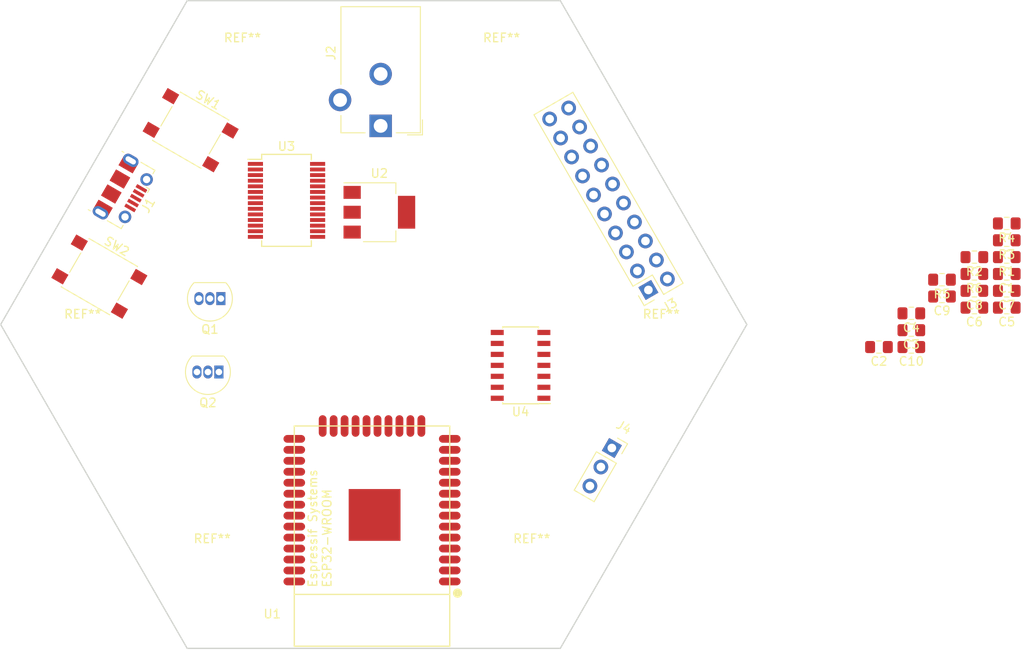
<source format=kicad_pcb>
(kicad_pcb (version 20171130) (host pcbnew 5.0.0)

  (general
    (thickness 1.6)
    (drawings 6)
    (tracks 0)
    (zones 0)
    (modules 34)
    (nets 63)
  )

  (page A4)
  (layers
    (0 F.Cu signal)
    (31 B.Cu signal)
    (32 B.Adhes user)
    (33 F.Adhes user)
    (34 B.Paste user)
    (35 F.Paste user)
    (36 B.SilkS user)
    (37 F.SilkS user)
    (38 B.Mask user)
    (39 F.Mask user)
    (40 Dwgs.User user)
    (41 Cmts.User user)
    (42 Eco1.User user)
    (43 Eco2.User user)
    (44 Edge.Cuts user)
    (45 Margin user)
    (46 B.CrtYd user)
    (47 F.CrtYd user)
    (48 B.Fab user)
    (49 F.Fab user)
  )

  (setup
    (last_trace_width 0.25)
    (trace_clearance 0.2)
    (zone_clearance 0.508)
    (zone_45_only no)
    (trace_min 0.2)
    (segment_width 0.2)
    (edge_width 0.15)
    (via_size 0.8)
    (via_drill 0.4)
    (via_min_size 0.4)
    (via_min_drill 0.3)
    (uvia_size 0.3)
    (uvia_drill 0.1)
    (uvias_allowed no)
    (uvia_min_size 0.2)
    (uvia_min_drill 0.1)
    (pcb_text_width 0.3)
    (pcb_text_size 1.5 1.5)
    (mod_edge_width 0.15)
    (mod_text_size 1 1)
    (mod_text_width 0.15)
    (pad_size 1.524 1.524)
    (pad_drill 0.762)
    (pad_to_mask_clearance 0.2)
    (aux_axis_origin 0 0)
    (grid_origin 100 97)
    (visible_elements FFFFFF7F)
    (pcbplotparams
      (layerselection 0x010fc_ffffffff)
      (usegerberextensions false)
      (usegerberattributes false)
      (usegerberadvancedattributes false)
      (creategerberjobfile false)
      (excludeedgelayer true)
      (linewidth 0.100000)
      (plotframeref false)
      (viasonmask false)
      (mode 1)
      (useauxorigin false)
      (hpglpennumber 1)
      (hpglpenspeed 20)
      (hpglpendiameter 15.000000)
      (psnegative false)
      (psa4output false)
      (plotreference true)
      (plotvalue true)
      (plotinvisibletext false)
      (padsonsilk false)
      (subtractmaskfromsilk false)
      (outputformat 1)
      (mirror false)
      (drillshape 1)
      (scaleselection 1)
      (outputdirectory ""))
  )

  (net 0 "")
  (net 1 "Net-(J1-Pad6)")
  (net 2 "Net-(J1-Pad2)")
  (net 3 "Net-(J1-Pad1)")
  (net 4 "Net-(J1-Pad4)")
  (net 5 "Net-(J1-Pad3)")
  (net 6 "Net-(U1-Pad37)")
  (net 7 "Net-(U1-Pad33)")
  (net 8 "Net-(U1-Pad32)")
  (net 9 "Net-(U1-Pad31)")
  (net 10 "Net-(U1-Pad30)")
  (net 11 "Net-(U1-Pad29)")
  (net 12 "Net-(U1-Pad28)")
  (net 13 "Net-(U1-Pad27)")
  (net 14 "Net-(U1-Pad26)")
  (net 15 "Net-(U1-Pad24)")
  (net 16 "Net-(U1-Pad23)")
  (net 17 "Net-(U1-Pad22)")
  (net 18 "Net-(U1-Pad21)")
  (net 19 "Net-(U1-Pad20)")
  (net 20 "Net-(U1-Pad19)")
  (net 21 "Net-(U1-Pad18)")
  (net 22 "Net-(U1-Pad17)")
  (net 23 "Net-(U3-Pad6)")
  (net 24 "Net-(U3-Pad9)")
  (net 25 "Net-(U3-Pad10)")
  (net 26 "Net-(U3-Pad11)")
  (net 27 "Net-(U3-Pad12)")
  (net 28 "Net-(U3-Pad13)")
  (net 29 "Net-(U3-Pad14)")
  (net 30 "Net-(U3-Pad22)")
  (net 31 "Net-(U3-Pad23)")
  (net 32 "Net-(U3-Pad27)")
  (net 33 "Net-(U3-Pad28)")
  (net 34 "Net-(C1-Pad1)")
  (net 35 GND)
  (net 36 +5V)
  (net 37 +3V3)
  (net 38 /IO0)
  (net 39 /EN)
  (net 40 /SENSOR_VP)
  (net 41 /SENSOR_VN)
  (net 42 /IO34)
  (net 43 /IO13)
  (net 44 /IO35)
  (net 45 /IO12)
  (net 46 /IO32)
  (net 47 /IO14)
  (net 48 /IO33)
  (net 49 /IO27)
  (net 50 /IO25)
  (net 51 /IO26)
  (net 52 /RXD0)
  (net 53 /TXD0)
  (net 54 /DOUT)
  (net 55 /RTS)
  (net 56 "Net-(Q1-Pad2)")
  (net 57 "Net-(Q2-Pad2)")
  (net 58 /DTR)
  (net 59 "Net-(R3-Pad1)")
  (net 60 "Net-(R5-Pad2)")
  (net 61 /DOUT_33)
  (net 62 "Net-(U4-Pad3)")

  (net_class Default "This is the default net class."
    (clearance 0.2)
    (trace_width 0.25)
    (via_dia 0.8)
    (via_drill 0.4)
    (uvia_dia 0.3)
    (uvia_drill 0.1)
    (add_net +3V3)
    (add_net +5V)
    (add_net /DOUT)
    (add_net /DOUT_33)
    (add_net /DTR)
    (add_net /EN)
    (add_net /IO0)
    (add_net /IO12)
    (add_net /IO13)
    (add_net /IO14)
    (add_net /IO25)
    (add_net /IO26)
    (add_net /IO27)
    (add_net /IO32)
    (add_net /IO33)
    (add_net /IO34)
    (add_net /IO35)
    (add_net /RTS)
    (add_net /RXD0)
    (add_net /SENSOR_VN)
    (add_net /SENSOR_VP)
    (add_net /TXD0)
    (add_net GND)
    (add_net "Net-(C1-Pad1)")
    (add_net "Net-(J1-Pad1)")
    (add_net "Net-(J1-Pad2)")
    (add_net "Net-(J1-Pad3)")
    (add_net "Net-(J1-Pad4)")
    (add_net "Net-(J1-Pad6)")
    (add_net "Net-(Q1-Pad2)")
    (add_net "Net-(Q2-Pad2)")
    (add_net "Net-(R3-Pad1)")
    (add_net "Net-(R5-Pad2)")
    (add_net "Net-(U1-Pad17)")
    (add_net "Net-(U1-Pad18)")
    (add_net "Net-(U1-Pad19)")
    (add_net "Net-(U1-Pad20)")
    (add_net "Net-(U1-Pad21)")
    (add_net "Net-(U1-Pad22)")
    (add_net "Net-(U1-Pad23)")
    (add_net "Net-(U1-Pad24)")
    (add_net "Net-(U1-Pad26)")
    (add_net "Net-(U1-Pad27)")
    (add_net "Net-(U1-Pad28)")
    (add_net "Net-(U1-Pad29)")
    (add_net "Net-(U1-Pad30)")
    (add_net "Net-(U1-Pad31)")
    (add_net "Net-(U1-Pad32)")
    (add_net "Net-(U1-Pad33)")
    (add_net "Net-(U1-Pad37)")
    (add_net "Net-(U3-Pad10)")
    (add_net "Net-(U3-Pad11)")
    (add_net "Net-(U3-Pad12)")
    (add_net "Net-(U3-Pad13)")
    (add_net "Net-(U3-Pad14)")
    (add_net "Net-(U3-Pad22)")
    (add_net "Net-(U3-Pad23)")
    (add_net "Net-(U3-Pad27)")
    (add_net "Net-(U3-Pad28)")
    (add_net "Net-(U3-Pad6)")
    (add_net "Net-(U3-Pad9)")
    (add_net "Net-(U4-Pad3)")
  )

  (module Connector_USB:USB_Micro-B_Molex-105017-0001 (layer F.Cu) (tedit 5A1DC0BE) (tstamp 5C60A176)
    (at 104.883438 81.642917 240)
    (descr http://www.molex.com/pdm_docs/sd/1050170001_sd.pdf)
    (tags "Micro-USB SMD Typ-B")
    (path /5C617CCD)
    (attr smd)
    (fp_text reference J1 (at 0 -3.1125 240) (layer F.SilkS)
      (effects (font (size 1 1) (thickness 0.15)))
    )
    (fp_text value USB_B_Micro (at 0.3 4.3375 240) (layer F.Fab)
      (effects (font (size 1 1) (thickness 0.15)))
    )
    (fp_text user "PCB Edge" (at 0 2.6875 240) (layer Dwgs.User)
      (effects (font (size 0.5 0.5) (thickness 0.08)))
    )
    (fp_text user %R (at 0 0.8875 240) (layer F.Fab)
      (effects (font (size 1 1) (thickness 0.15)))
    )
    (fp_line (start -4.4 3.64) (end 4.4 3.64) (layer F.CrtYd) (width 0.05))
    (fp_line (start 4.4 -2.46) (end 4.4 3.64) (layer F.CrtYd) (width 0.05))
    (fp_line (start -4.4 -2.46) (end 4.4 -2.46) (layer F.CrtYd) (width 0.05))
    (fp_line (start -4.4 3.64) (end -4.4 -2.46) (layer F.CrtYd) (width 0.05))
    (fp_line (start -3.9 -1.7625) (end -3.45 -1.7625) (layer F.SilkS) (width 0.12))
    (fp_line (start -3.9 0.0875) (end -3.9 -1.7625) (layer F.SilkS) (width 0.12))
    (fp_line (start 3.9 2.6375) (end 3.9 2.3875) (layer F.SilkS) (width 0.12))
    (fp_line (start 3.75 3.3875) (end 3.75 -1.6125) (layer F.Fab) (width 0.1))
    (fp_line (start -3 2.689204) (end 3 2.689204) (layer F.Fab) (width 0.1))
    (fp_line (start -3.75 3.389204) (end 3.75 3.389204) (layer F.Fab) (width 0.1))
    (fp_line (start -3.75 -1.6125) (end 3.75 -1.6125) (layer F.Fab) (width 0.1))
    (fp_line (start -3.75 3.3875) (end -3.75 -1.6125) (layer F.Fab) (width 0.1))
    (fp_line (start -3.9 2.6375) (end -3.9 2.3875) (layer F.SilkS) (width 0.12))
    (fp_line (start 3.9 0.0875) (end 3.9 -1.7625) (layer F.SilkS) (width 0.12))
    (fp_line (start 3.9 -1.7625) (end 3.45 -1.7625) (layer F.SilkS) (width 0.12))
    (fp_line (start -1.7 -2.3125) (end -1.25 -2.3125) (layer F.SilkS) (width 0.12))
    (fp_line (start -1.7 -2.3125) (end -1.7 -1.8625) (layer F.SilkS) (width 0.12))
    (fp_line (start -1.3 -1.7125) (end -1.5 -1.9125) (layer F.Fab) (width 0.1))
    (fp_line (start -1.1 -1.9125) (end -1.3 -1.7125) (layer F.Fab) (width 0.1))
    (fp_line (start -1.5 -2.1225) (end -1.1 -2.1225) (layer F.Fab) (width 0.1))
    (fp_line (start -1.5 -2.1225) (end -1.5 -1.9125) (layer F.Fab) (width 0.1))
    (fp_line (start -1.1 -2.1225) (end -1.1 -1.9125) (layer F.Fab) (width 0.1))
    (pad 6 smd rect (at 1 1.2375 240) (size 1.5 1.9) (layers F.Cu F.Paste F.Mask)
      (net 1 "Net-(J1-Pad6)"))
    (pad 6 thru_hole circle (at -2.5 -1.4625 240) (size 1.45 1.45) (drill 0.85) (layers *.Cu *.Mask)
      (net 1 "Net-(J1-Pad6)"))
    (pad 2 smd rect (at -0.65 -1.4625 240) (size 0.4 1.35) (layers F.Cu F.Paste F.Mask)
      (net 2 "Net-(J1-Pad2)"))
    (pad 1 smd rect (at -1.3 -1.4625 240) (size 0.4 1.35) (layers F.Cu F.Paste F.Mask)
      (net 3 "Net-(J1-Pad1)"))
    (pad 5 smd rect (at 1.3 -1.4625 240) (size 0.4 1.35) (layers F.Cu F.Paste F.Mask)
      (net 35 GND))
    (pad 4 smd rect (at 0.65 -1.4625 240) (size 0.4 1.35) (layers F.Cu F.Paste F.Mask)
      (net 4 "Net-(J1-Pad4)"))
    (pad 3 smd rect (at 0 -1.4625 240) (size 0.4 1.35) (layers F.Cu F.Paste F.Mask)
      (net 5 "Net-(J1-Pad3)"))
    (pad 6 thru_hole circle (at 2.5 -1.4625 240) (size 1.45 1.45) (drill 0.85) (layers *.Cu *.Mask)
      (net 1 "Net-(J1-Pad6)"))
    (pad 6 smd rect (at -1 1.2375 240) (size 1.5 1.9) (layers F.Cu F.Paste F.Mask)
      (net 1 "Net-(J1-Pad6)"))
    (pad 6 thru_hole oval (at -3.5 1.2375 60) (size 1.2 1.9) (drill oval 0.6 1.3) (layers *.Cu *.Mask)
      (net 1 "Net-(J1-Pad6)"))
    (pad 6 thru_hole oval (at 3.5 1.2375 240) (size 1.2 1.9) (drill oval 0.6 1.3) (layers *.Cu *.Mask)
      (net 1 "Net-(J1-Pad6)"))
    (pad 6 smd rect (at 2.9 1.2375 240) (size 1.2 1.9) (layers F.Cu F.Mask)
      (net 1 "Net-(J1-Pad6)"))
    (pad 6 smd rect (at -2.9 1.2375 240) (size 1.2 1.9) (layers F.Cu F.Mask)
      (net 1 "Net-(J1-Pad6)"))
    (model ${KISYS3DMOD}/Connector_USB.3dshapes/USB_Micro-B_Molex-105017-0001.wrl
      (at (xyz 0 0 0))
      (scale (xyz 1 1 1))
      (rotate (xyz 0 0 0))
    )
  )

  (module Connector_BarrelJack:BarrelJack_CUI_PJ-102AH_Horizontal (layer F.Cu) (tedit 5A1DBF38) (tstamp 5C60A1E7)
    (at 134.5 74 180)
    (descr "Thin-pin DC Barrel Jack, https://cdn-shop.adafruit.com/datasheets/21mmdcjackDatasheet.pdf")
    (tags "Power Jack")
    (path /5C618347)
    (fp_text reference J2 (at 5.75 8.45 270) (layer F.SilkS)
      (effects (font (size 1 1) (thickness 0.15)))
    )
    (fp_text value Barrel_Jack (at -5.5 6.2 270) (layer F.Fab)
      (effects (font (size 1 1) (thickness 0.15)))
    )
    (fp_text user %R (at 0 6.5 180) (layer F.Fab)
      (effects (font (size 1 1) (thickness 0.15)))
    )
    (fp_line (start 1.8 -1.8) (end 1.8 -1.2) (layer F.CrtYd) (width 0.05))
    (fp_line (start 1.8 -1.2) (end 5 -1.2) (layer F.CrtYd) (width 0.05))
    (fp_line (start 5 -1.2) (end 5 1.2) (layer F.CrtYd) (width 0.05))
    (fp_line (start 5 1.2) (end 6.5 1.2) (layer F.CrtYd) (width 0.05))
    (fp_line (start 6.5 1.2) (end 6.5 4.8) (layer F.CrtYd) (width 0.05))
    (fp_line (start 6.5 4.8) (end 5 4.8) (layer F.CrtYd) (width 0.05))
    (fp_line (start 5 4.8) (end 5 14.2) (layer F.CrtYd) (width 0.05))
    (fp_line (start 5 14.2) (end -5 14.2) (layer F.CrtYd) (width 0.05))
    (fp_line (start -5 14.2) (end -5 -1.2) (layer F.CrtYd) (width 0.05))
    (fp_line (start -5 -1.2) (end -1.8 -1.2) (layer F.CrtYd) (width 0.05))
    (fp_line (start -1.8 -1.2) (end -1.8 -1.8) (layer F.CrtYd) (width 0.05))
    (fp_line (start -1.8 -1.8) (end 1.8 -1.8) (layer F.CrtYd) (width 0.05))
    (fp_line (start 4.6 4.8) (end 4.6 13.8) (layer F.SilkS) (width 0.12))
    (fp_line (start 4.6 13.8) (end -4.6 13.8) (layer F.SilkS) (width 0.12))
    (fp_line (start -4.6 13.8) (end -4.6 -0.8) (layer F.SilkS) (width 0.12))
    (fp_line (start -4.6 -0.8) (end -1.8 -0.8) (layer F.SilkS) (width 0.12))
    (fp_line (start 1.8 -0.8) (end 4.6 -0.8) (layer F.SilkS) (width 0.12))
    (fp_line (start 4.6 -0.8) (end 4.6 1.2) (layer F.SilkS) (width 0.12))
    (fp_line (start -4.84 0.7) (end -4.84 -1.04) (layer F.SilkS) (width 0.12))
    (fp_line (start -4.84 -1.04) (end -3.1 -1.04) (layer F.SilkS) (width 0.12))
    (fp_line (start 4.5 -0.7) (end 4.5 13.7) (layer F.Fab) (width 0.1))
    (fp_line (start 4.5 13.7) (end -4.5 13.7) (layer F.Fab) (width 0.1))
    (fp_line (start -4.5 13.7) (end -4.5 0.3) (layer F.Fab) (width 0.1))
    (fp_line (start -4.5 0.3) (end -3.5 -0.7) (layer F.Fab) (width 0.1))
    (fp_line (start -3.5 -0.7) (end 4.5 -0.7) (layer F.Fab) (width 0.1))
    (fp_line (start -4.5 10.2) (end 4.5 10.2) (layer F.Fab) (width 0.1))
    (pad 1 thru_hole rect (at 0 0 180) (size 2.6 2.6) (drill 1.6) (layers *.Cu *.Mask)
      (net 36 +5V))
    (pad 2 thru_hole circle (at 0 6 180) (size 2.6 2.6) (drill 1.6) (layers *.Cu *.Mask)
      (net 35 GND))
    (pad 3 thru_hole circle (at 4.7 3 180) (size 2.6 2.6) (drill 1.6) (layers *.Cu *.Mask))
    (model ${KISYS3DMOD}/Connector_BarrelJack.3dshapes/BarrelJack_CUI_PJ-102AH_Horizontal.wrl
      (at (xyz 0 0 0))
      (scale (xyz 1 1 1))
      (rotate (xyz 0 0 0))
    )
  )

  (module Button_Switch_SMD:SW_SPST_PTS645 (layer F.Cu) (tedit 5A02FC95) (tstamp 5C60A11C)
    (at 112.5 74.5 330)
    (descr "C&K Components SPST SMD PTS645 Series 6mm Tact Switch")
    (tags "SPST Button Switch")
    (path /5C617D65)
    (attr smd)
    (fp_text reference SW1 (at 0 -4.05 330) (layer F.SilkS)
      (effects (font (size 1 1) (thickness 0.15)))
    )
    (fp_text value SW_SPST (at 0 4.15 330) (layer F.Fab)
      (effects (font (size 1 1) (thickness 0.15)))
    )
    (fp_text user %R (at 0 -4.05 330) (layer F.Fab)
      (effects (font (size 1 1) (thickness 0.15)))
    )
    (fp_line (start -3 -3) (end -3 3) (layer F.Fab) (width 0.1))
    (fp_line (start -3 3) (end 3 3) (layer F.Fab) (width 0.1))
    (fp_line (start 3 3) (end 3 -3) (layer F.Fab) (width 0.1))
    (fp_line (start 3 -3) (end -3 -3) (layer F.Fab) (width 0.1))
    (fp_line (start 5.05 3.4) (end 5.05 -3.4) (layer F.CrtYd) (width 0.05))
    (fp_line (start -5.05 -3.4) (end -5.05 3.4) (layer F.CrtYd) (width 0.05))
    (fp_line (start -5.05 3.4) (end 5.05 3.4) (layer F.CrtYd) (width 0.05))
    (fp_line (start -5.05 -3.4) (end 5.05 -3.4) (layer F.CrtYd) (width 0.05))
    (fp_line (start 3.23 -3.23) (end 3.23 -3.2) (layer F.SilkS) (width 0.12))
    (fp_line (start 3.23 3.23) (end 3.23 3.2) (layer F.SilkS) (width 0.12))
    (fp_line (start -3.23 3.23) (end -3.23 3.2) (layer F.SilkS) (width 0.12))
    (fp_line (start -3.23 -3.2) (end -3.23 -3.23) (layer F.SilkS) (width 0.12))
    (fp_line (start 3.23 -1.3) (end 3.23 1.3) (layer F.SilkS) (width 0.12))
    (fp_line (start -3.23 -3.23) (end 3.23 -3.23) (layer F.SilkS) (width 0.12))
    (fp_line (start -3.23 -1.3) (end -3.23 1.3) (layer F.SilkS) (width 0.12))
    (fp_line (start -3.23 3.23) (end 3.23 3.23) (layer F.SilkS) (width 0.12))
    (fp_circle (center 0 0) (end 1.75 -0.05) (layer F.Fab) (width 0.1))
    (pad 2 smd rect (at -3.98 2.25 330) (size 1.55 1.3) (layers F.Cu F.Paste F.Mask)
      (net 38 /IO0))
    (pad 1 smd rect (at -3.98 -2.25 330) (size 1.55 1.3) (layers F.Cu F.Paste F.Mask)
      (net 35 GND))
    (pad 1 smd rect (at 3.98 -2.25 330) (size 1.55 1.3) (layers F.Cu F.Paste F.Mask)
      (net 35 GND))
    (pad 2 smd rect (at 3.98 2.25 330) (size 1.55 1.3) (layers F.Cu F.Paste F.Mask)
      (net 38 /IO0))
    (model ${KISYS3DMOD}/Button_Switch_SMD.3dshapes/SW_SPST_PTS645.wrl
      (at (xyz 0 0 0))
      (scale (xyz 1 1 1))
      (rotate (xyz 0 0 0))
    )
  )

  (module Button_Switch_SMD:SW_SPST_PTS645 (layer F.Cu) (tedit 5A02FC95) (tstamp 5C60A0D1)
    (at 101.928219 91.458557 330)
    (descr "C&K Components SPST SMD PTS645 Series 6mm Tact Switch")
    (tags "SPST Button Switch")
    (path /5C617D91)
    (attr smd)
    (fp_text reference SW2 (at 0 -4.05 330) (layer F.SilkS)
      (effects (font (size 1 1) (thickness 0.15)))
    )
    (fp_text value SW_SPST (at 0 4.15 330) (layer F.Fab)
      (effects (font (size 1 1) (thickness 0.15)))
    )
    (fp_circle (center 0 0) (end 1.75 -0.05) (layer F.Fab) (width 0.1))
    (fp_line (start -3.23 3.23) (end 3.23 3.23) (layer F.SilkS) (width 0.12))
    (fp_line (start -3.23 -1.3) (end -3.23 1.3) (layer F.SilkS) (width 0.12))
    (fp_line (start -3.23 -3.23) (end 3.23 -3.23) (layer F.SilkS) (width 0.12))
    (fp_line (start 3.23 -1.3) (end 3.23 1.3) (layer F.SilkS) (width 0.12))
    (fp_line (start -3.23 -3.2) (end -3.23 -3.23) (layer F.SilkS) (width 0.12))
    (fp_line (start -3.23 3.23) (end -3.23 3.2) (layer F.SilkS) (width 0.12))
    (fp_line (start 3.23 3.23) (end 3.23 3.2) (layer F.SilkS) (width 0.12))
    (fp_line (start 3.23 -3.23) (end 3.23 -3.2) (layer F.SilkS) (width 0.12))
    (fp_line (start -5.05 -3.4) (end 5.05 -3.4) (layer F.CrtYd) (width 0.05))
    (fp_line (start -5.05 3.4) (end 5.05 3.4) (layer F.CrtYd) (width 0.05))
    (fp_line (start -5.05 -3.4) (end -5.05 3.4) (layer F.CrtYd) (width 0.05))
    (fp_line (start 5.05 3.4) (end 5.05 -3.4) (layer F.CrtYd) (width 0.05))
    (fp_line (start 3 -3) (end -3 -3) (layer F.Fab) (width 0.1))
    (fp_line (start 3 3) (end 3 -3) (layer F.Fab) (width 0.1))
    (fp_line (start -3 3) (end 3 3) (layer F.Fab) (width 0.1))
    (fp_line (start -3 -3) (end -3 3) (layer F.Fab) (width 0.1))
    (fp_text user %R (at 0 -4.05 330) (layer F.Fab)
      (effects (font (size 1 1) (thickness 0.15)))
    )
    (pad 2 smd rect (at 3.98 2.25 330) (size 1.55 1.3) (layers F.Cu F.Paste F.Mask)
      (net 39 /EN))
    (pad 1 smd rect (at 3.98 -2.25 330) (size 1.55 1.3) (layers F.Cu F.Paste F.Mask)
      (net 35 GND))
    (pad 1 smd rect (at -3.98 -2.25 330) (size 1.55 1.3) (layers F.Cu F.Paste F.Mask)
      (net 35 GND))
    (pad 2 smd rect (at -3.98 2.25 330) (size 1.55 1.3) (layers F.Cu F.Paste F.Mask)
      (net 39 /EN))
    (model ${KISYS3DMOD}/Button_Switch_SMD.3dshapes/SW_SPST_PTS645.wrl
      (at (xyz 0 0 0))
      (scale (xyz 1 1 1))
      (rotate (xyz 0 0 0))
    )
  )

  (module ESP32-footprints-Lib:ESP32-WROOM (layer F.Cu) (tedit 57D08EA8) (tstamp 5C60A054)
    (at 133.5 121.5)
    (path /5C617910)
    (fp_text reference U1 (at -11.557 9.017) (layer F.SilkS)
      (effects (font (size 1 1) (thickness 0.15)))
    )
    (fp_text value ESP32-WROOM (at 5.715 14.224) (layer F.Fab)
      (effects (font (size 1 1) (thickness 0.15)))
    )
    (fp_text user "Espressif Systems" (at -6.858 -0.889 90) (layer F.SilkS)
      (effects (font (size 1 1) (thickness 0.15)))
    )
    (fp_circle (center 9.906 6.604) (end 10.033 6.858) (layer F.SilkS) (width 0.5))
    (fp_text user ESP32-WROOM (at -5.207 0.254 90) (layer F.SilkS)
      (effects (font (size 1 1) (thickness 0.15)))
    )
    (fp_line (start -9 6.75) (end 9 6.75) (layer F.SilkS) (width 0.15))
    (fp_line (start 9 12.75) (end 9 -12.75) (layer F.SilkS) (width 0.15))
    (fp_line (start -9 12.75) (end -9 -12.75) (layer F.SilkS) (width 0.15))
    (fp_line (start -9 -12.75) (end 9 -12.75) (layer F.SilkS) (width 0.15))
    (fp_line (start -9 12.75) (end 9 12.75) (layer F.SilkS) (width 0.15))
    (pad 38 smd oval (at -9 5.25) (size 2.5 0.9) (layers F.Cu F.Paste F.Mask)
      (net 35 GND))
    (pad 37 smd oval (at -9 3.98) (size 2.5 0.9) (layers F.Cu F.Paste F.Mask)
      (net 6 "Net-(U1-Pad37)"))
    (pad 36 smd oval (at -9 2.71) (size 2.5 0.9) (layers F.Cu F.Paste F.Mask)
      (net 61 /DOUT_33))
    (pad 35 smd oval (at -9 1.44) (size 2.5 0.9) (layers F.Cu F.Paste F.Mask)
      (net 53 /TXD0))
    (pad 34 smd oval (at -9 0.17) (size 2.5 0.9) (layers F.Cu F.Paste F.Mask)
      (net 52 /RXD0))
    (pad 33 smd oval (at -9 -1.1) (size 2.5 0.9) (layers F.Cu F.Paste F.Mask)
      (net 7 "Net-(U1-Pad33)"))
    (pad 32 smd oval (at -9 -2.37) (size 2.5 0.9) (layers F.Cu F.Paste F.Mask)
      (net 8 "Net-(U1-Pad32)"))
    (pad 31 smd oval (at -9 -3.64) (size 2.5 0.9) (layers F.Cu F.Paste F.Mask)
      (net 9 "Net-(U1-Pad31)"))
    (pad 30 smd oval (at -9 -4.91) (size 2.5 0.9) (layers F.Cu F.Paste F.Mask)
      (net 10 "Net-(U1-Pad30)"))
    (pad 29 smd oval (at -9 -6.18) (size 2.5 0.9) (layers F.Cu F.Paste F.Mask)
      (net 11 "Net-(U1-Pad29)"))
    (pad 28 smd oval (at -9 -7.45) (size 2.5 0.9) (layers F.Cu F.Paste F.Mask)
      (net 12 "Net-(U1-Pad28)"))
    (pad 27 smd oval (at -9 -8.72) (size 2.5 0.9) (layers F.Cu F.Paste F.Mask)
      (net 13 "Net-(U1-Pad27)"))
    (pad 26 smd oval (at -9 -9.99) (size 2.5 0.9) (layers F.Cu F.Paste F.Mask)
      (net 14 "Net-(U1-Pad26)"))
    (pad 25 smd oval (at -9 -11.26) (size 2.5 0.9) (layers F.Cu F.Paste F.Mask)
      (net 38 /IO0))
    (pad 24 smd oval (at -5.715 -12.75) (size 0.9 2.5) (layers F.Cu F.Paste F.Mask)
      (net 15 "Net-(U1-Pad24)"))
    (pad 23 smd oval (at -4.445 -12.75) (size 0.9 2.5) (layers F.Cu F.Paste F.Mask)
      (net 16 "Net-(U1-Pad23)"))
    (pad 22 smd oval (at -3.175 -12.75) (size 0.9 2.5) (layers F.Cu F.Paste F.Mask)
      (net 17 "Net-(U1-Pad22)"))
    (pad 21 smd oval (at -1.905 -12.75) (size 0.9 2.5) (layers F.Cu F.Paste F.Mask)
      (net 18 "Net-(U1-Pad21)"))
    (pad 20 smd oval (at -0.635 -12.75) (size 0.9 2.5) (layers F.Cu F.Paste F.Mask)
      (net 19 "Net-(U1-Pad20)"))
    (pad 19 smd oval (at 0.635 -12.75) (size 0.9 2.5) (layers F.Cu F.Paste F.Mask)
      (net 20 "Net-(U1-Pad19)"))
    (pad 18 smd oval (at 1.905 -12.75) (size 0.9 2.5) (layers F.Cu F.Paste F.Mask)
      (net 21 "Net-(U1-Pad18)"))
    (pad 17 smd oval (at 3.175 -12.75) (size 0.9 2.5) (layers F.Cu F.Paste F.Mask)
      (net 22 "Net-(U1-Pad17)"))
    (pad 16 smd oval (at 4.445 -12.75) (size 0.9 2.5) (layers F.Cu F.Paste F.Mask)
      (net 43 /IO13))
    (pad 15 smd oval (at 5.715 -12.75) (size 0.9 2.5) (layers F.Cu F.Paste F.Mask)
      (net 35 GND))
    (pad 14 smd oval (at 9 -11.26) (size 2.5 0.9) (layers F.Cu F.Paste F.Mask)
      (net 45 /IO12))
    (pad 13 smd oval (at 9 -9.99) (size 2.5 0.9) (layers F.Cu F.Paste F.Mask)
      (net 47 /IO14))
    (pad 12 smd oval (at 9 -8.72) (size 2.5 0.9) (layers F.Cu F.Paste F.Mask)
      (net 49 /IO27))
    (pad 11 smd oval (at 9 -7.45) (size 2.5 0.9) (layers F.Cu F.Paste F.Mask)
      (net 51 /IO26))
    (pad 10 smd oval (at 9 -6.18) (size 2.5 0.9) (layers F.Cu F.Paste F.Mask)
      (net 50 /IO25))
    (pad 9 smd oval (at 9 -4.91) (size 2.5 0.9) (layers F.Cu F.Paste F.Mask)
      (net 48 /IO33))
    (pad 8 smd oval (at 9 -3.64) (size 2.5 0.9) (layers F.Cu F.Paste F.Mask)
      (net 46 /IO32))
    (pad 7 smd oval (at 9 -2.37) (size 2.5 0.9) (layers F.Cu F.Paste F.Mask)
      (net 44 /IO35))
    (pad 6 smd oval (at 9 -1.1) (size 2.5 0.9) (layers F.Cu F.Paste F.Mask)
      (net 42 /IO34))
    (pad 5 smd oval (at 9 0.17) (size 2.5 0.9) (layers F.Cu F.Paste F.Mask)
      (net 41 /SENSOR_VN))
    (pad 4 smd oval (at 9 1.44) (size 2.5 0.9) (layers F.Cu F.Paste F.Mask)
      (net 40 /SENSOR_VP))
    (pad 3 smd oval (at 9 2.71) (size 2.5 0.9) (layers F.Cu F.Paste F.Mask)
      (net 39 /EN))
    (pad 2 smd oval (at 9 3.98) (size 2.5 0.9) (layers F.Cu F.Paste F.Mask)
      (net 37 +3V3))
    (pad 1 smd oval (at 9 5.25) (size 2.5 0.9) (layers F.Cu F.Paste F.Mask)
      (net 35 GND))
    (pad 39 smd rect (at 0.3 -2.45) (size 6 6) (layers F.Cu F.Paste F.Mask)
      (net 35 GND))
  )

  (module Package_TO_SOT_SMD:SOT-223-3_TabPin2 (layer F.Cu) (tedit 5A02FF57) (tstamp 5C609FF8)
    (at 134.35 84)
    (descr "module CMS SOT223 4 pins")
    (tags "CMS SOT")
    (path /5C617AB9)
    (attr smd)
    (fp_text reference U2 (at 0 -4.5) (layer F.SilkS)
      (effects (font (size 1 1) (thickness 0.15)))
    )
    (fp_text value LM1117-ADJ (at 0 4.5) (layer F.Fab)
      (effects (font (size 1 1) (thickness 0.15)))
    )
    (fp_text user %R (at 0 0 90) (layer F.Fab)
      (effects (font (size 0.8 0.8) (thickness 0.12)))
    )
    (fp_line (start 1.91 3.41) (end 1.91 2.15) (layer F.SilkS) (width 0.12))
    (fp_line (start 1.91 -3.41) (end 1.91 -2.15) (layer F.SilkS) (width 0.12))
    (fp_line (start 4.4 -3.6) (end -4.4 -3.6) (layer F.CrtYd) (width 0.05))
    (fp_line (start 4.4 3.6) (end 4.4 -3.6) (layer F.CrtYd) (width 0.05))
    (fp_line (start -4.4 3.6) (end 4.4 3.6) (layer F.CrtYd) (width 0.05))
    (fp_line (start -4.4 -3.6) (end -4.4 3.6) (layer F.CrtYd) (width 0.05))
    (fp_line (start -1.85 -2.35) (end -0.85 -3.35) (layer F.Fab) (width 0.1))
    (fp_line (start -1.85 -2.35) (end -1.85 3.35) (layer F.Fab) (width 0.1))
    (fp_line (start -1.85 3.41) (end 1.91 3.41) (layer F.SilkS) (width 0.12))
    (fp_line (start -0.85 -3.35) (end 1.85 -3.35) (layer F.Fab) (width 0.1))
    (fp_line (start -4.1 -3.41) (end 1.91 -3.41) (layer F.SilkS) (width 0.12))
    (fp_line (start -1.85 3.35) (end 1.85 3.35) (layer F.Fab) (width 0.1))
    (fp_line (start 1.85 -3.35) (end 1.85 3.35) (layer F.Fab) (width 0.1))
    (pad 2 smd rect (at 3.15 0) (size 2 3.8) (layers F.Cu F.Paste F.Mask)
      (net 37 +3V3))
    (pad 2 smd rect (at -3.15 0) (size 2 1.5) (layers F.Cu F.Paste F.Mask)
      (net 37 +3V3))
    (pad 3 smd rect (at -3.15 2.3) (size 2 1.5) (layers F.Cu F.Paste F.Mask)
      (net 36 +5V))
    (pad 1 smd rect (at -3.15 -2.3) (size 2 1.5) (layers F.Cu F.Paste F.Mask)
      (net 60 "Net-(R5-Pad2)"))
    (model ${KISYS3DMOD}/Package_TO_SOT_SMD.3dshapes/SOT-223.wrl
      (at (xyz 0 0 0))
      (scale (xyz 1 1 1))
      (rotate (xyz 0 0 0))
    )
  )

  (module Package_SO:SSOP-28_5.3x10.2mm_P0.65mm (layer F.Cu) (tedit 5A02F25C) (tstamp 5C609F83)
    (at 123.6 82.625)
    (descr "28-Lead Plastic Shrink Small Outline (SS)-5.30 mm Body [SSOP] (see Microchip Packaging Specification 00000049BS.pdf)")
    (tags "SSOP 0.65")
    (path /5C6181EF)
    (attr smd)
    (fp_text reference U3 (at 0 -6.25) (layer F.SilkS)
      (effects (font (size 1 1) (thickness 0.15)))
    )
    (fp_text value FT232RL (at 0 6.25) (layer F.Fab)
      (effects (font (size 1 1) (thickness 0.15)))
    )
    (fp_line (start -1.65 -5.1) (end 2.65 -5.1) (layer F.Fab) (width 0.15))
    (fp_line (start 2.65 -5.1) (end 2.65 5.1) (layer F.Fab) (width 0.15))
    (fp_line (start 2.65 5.1) (end -2.65 5.1) (layer F.Fab) (width 0.15))
    (fp_line (start -2.65 5.1) (end -2.65 -4.1) (layer F.Fab) (width 0.15))
    (fp_line (start -2.65 -4.1) (end -1.65 -5.1) (layer F.Fab) (width 0.15))
    (fp_line (start -4.75 -5.5) (end -4.75 5.5) (layer F.CrtYd) (width 0.05))
    (fp_line (start 4.75 -5.5) (end 4.75 5.5) (layer F.CrtYd) (width 0.05))
    (fp_line (start -4.75 -5.5) (end 4.75 -5.5) (layer F.CrtYd) (width 0.05))
    (fp_line (start -4.75 5.5) (end 4.75 5.5) (layer F.CrtYd) (width 0.05))
    (fp_line (start -2.875 -5.325) (end -2.875 -4.75) (layer F.SilkS) (width 0.15))
    (fp_line (start 2.875 -5.325) (end 2.875 -4.675) (layer F.SilkS) (width 0.15))
    (fp_line (start 2.875 5.325) (end 2.875 4.675) (layer F.SilkS) (width 0.15))
    (fp_line (start -2.875 5.325) (end -2.875 4.675) (layer F.SilkS) (width 0.15))
    (fp_line (start -2.875 -5.325) (end 2.875 -5.325) (layer F.SilkS) (width 0.15))
    (fp_line (start -2.875 5.325) (end 2.875 5.325) (layer F.SilkS) (width 0.15))
    (fp_line (start -2.875 -4.75) (end -4.475 -4.75) (layer F.SilkS) (width 0.15))
    (fp_text user %R (at 0 0) (layer F.Fab)
      (effects (font (size 0.8 0.8) (thickness 0.15)))
    )
    (pad 1 smd rect (at -3.6 -4.225) (size 1.75 0.45) (layers F.Cu F.Paste F.Mask)
      (net 53 /TXD0))
    (pad 2 smd rect (at -3.6 -3.575) (size 1.75 0.45) (layers F.Cu F.Paste F.Mask)
      (net 58 /DTR))
    (pad 3 smd rect (at -3.6 -2.925) (size 1.75 0.45) (layers F.Cu F.Paste F.Mask)
      (net 55 /RTS))
    (pad 4 smd rect (at -3.6 -2.275) (size 1.75 0.45) (layers F.Cu F.Paste F.Mask)
      (net 34 "Net-(C1-Pad1)"))
    (pad 5 smd rect (at -3.6 -1.625) (size 1.75 0.45) (layers F.Cu F.Paste F.Mask)
      (net 52 /RXD0))
    (pad 6 smd rect (at -3.6 -0.975) (size 1.75 0.45) (layers F.Cu F.Paste F.Mask)
      (net 23 "Net-(U3-Pad6)"))
    (pad 7 smd rect (at -3.6 -0.325) (size 1.75 0.45) (layers F.Cu F.Paste F.Mask)
      (net 35 GND))
    (pad 8 smd rect (at -3.6 0.325) (size 1.75 0.45) (layers F.Cu F.Paste F.Mask))
    (pad 9 smd rect (at -3.6 0.975) (size 1.75 0.45) (layers F.Cu F.Paste F.Mask)
      (net 24 "Net-(U3-Pad9)"))
    (pad 10 smd rect (at -3.6 1.625) (size 1.75 0.45) (layers F.Cu F.Paste F.Mask)
      (net 25 "Net-(U3-Pad10)"))
    (pad 11 smd rect (at -3.6 2.275) (size 1.75 0.45) (layers F.Cu F.Paste F.Mask)
      (net 26 "Net-(U3-Pad11)"))
    (pad 12 smd rect (at -3.6 2.925) (size 1.75 0.45) (layers F.Cu F.Paste F.Mask)
      (net 27 "Net-(U3-Pad12)"))
    (pad 13 smd rect (at -3.6 3.575) (size 1.75 0.45) (layers F.Cu F.Paste F.Mask)
      (net 28 "Net-(U3-Pad13)"))
    (pad 14 smd rect (at -3.6 4.225) (size 1.75 0.45) (layers F.Cu F.Paste F.Mask)
      (net 29 "Net-(U3-Pad14)"))
    (pad 15 smd rect (at 3.6 4.225) (size 1.75 0.45) (layers F.Cu F.Paste F.Mask)
      (net 5 "Net-(J1-Pad3)"))
    (pad 16 smd rect (at 3.6 3.575) (size 1.75 0.45) (layers F.Cu F.Paste F.Mask)
      (net 2 "Net-(J1-Pad2)"))
    (pad 17 smd rect (at 3.6 2.925) (size 1.75 0.45) (layers F.Cu F.Paste F.Mask)
      (net 34 "Net-(C1-Pad1)"))
    (pad 18 smd rect (at 3.6 2.275) (size 1.75 0.45) (layers F.Cu F.Paste F.Mask)
      (net 35 GND))
    (pad 19 smd rect (at 3.6 1.625) (size 1.75 0.45) (layers F.Cu F.Paste F.Mask)
      (net 59 "Net-(R3-Pad1)"))
    (pad 20 smd rect (at 3.6 0.975) (size 1.75 0.45) (layers F.Cu F.Paste F.Mask)
      (net 36 +5V))
    (pad 21 smd rect (at 3.6 0.325) (size 1.75 0.45) (layers F.Cu F.Paste F.Mask)
      (net 35 GND))
    (pad 22 smd rect (at 3.6 -0.325) (size 1.75 0.45) (layers F.Cu F.Paste F.Mask)
      (net 30 "Net-(U3-Pad22)"))
    (pad 23 smd rect (at 3.6 -0.975) (size 1.75 0.45) (layers F.Cu F.Paste F.Mask)
      (net 31 "Net-(U3-Pad23)"))
    (pad 24 smd rect (at 3.6 -1.625) (size 1.75 0.45) (layers F.Cu F.Paste F.Mask))
    (pad 25 smd rect (at 3.6 -2.275) (size 1.75 0.45) (layers F.Cu F.Paste F.Mask)
      (net 35 GND))
    (pad 26 smd rect (at 3.6 -2.925) (size 1.75 0.45) (layers F.Cu F.Paste F.Mask)
      (net 35 GND))
    (pad 27 smd rect (at 3.6 -3.575) (size 1.75 0.45) (layers F.Cu F.Paste F.Mask)
      (net 32 "Net-(U3-Pad27)"))
    (pad 28 smd rect (at 3.6 -4.225) (size 1.75 0.45) (layers F.Cu F.Paste F.Mask)
      (net 33 "Net-(U3-Pad28)"))
    (model ${KISYS3DMOD}/Package_SO.3dshapes/SSOP-28_5.3x10.2mm_P0.65mm.wrl
      (at (xyz 0 0 0))
      (scale (xyz 1 1 1))
      (rotate (xyz 0 0 0))
    )
  )

  (module MountingHole:MountingHole_3.2mm_M3 (layer F.Cu) (tedit 56D1B4CB) (tstamp 5C609CA5)
    (at 100 100)
    (descr "Mounting Hole 3.2mm, no annular, M3")
    (tags "mounting hole 3.2mm no annular m3")
    (attr virtual)
    (fp_text reference REF** (at 0 -4.2) (layer F.SilkS)
      (effects (font (size 1 1) (thickness 0.15)))
    )
    (fp_text value MountingHole_3.2mm_M3 (at 0 4.2) (layer F.Fab)
      (effects (font (size 1 1) (thickness 0.15)))
    )
    (fp_circle (center 0 0) (end 3.45 0) (layer F.CrtYd) (width 0.05))
    (fp_circle (center 0 0) (end 3.2 0) (layer Cmts.User) (width 0.15))
    (fp_text user %R (at 0.3 0) (layer F.Fab)
      (effects (font (size 1 1) (thickness 0.15)))
    )
    (pad 1 np_thru_hole circle (at 0 0) (size 3.2 3.2) (drill 3.2) (layers *.Cu *.Mask))
  )

  (module MountingHole:MountingHole_3.2mm_M3 (layer F.Cu) (tedit 56D1B4CB) (tstamp 5C609D13)
    (at 167 100)
    (descr "Mounting Hole 3.2mm, no annular, M3")
    (tags "mounting hole 3.2mm no annular m3")
    (attr virtual)
    (fp_text reference REF** (at 0 -4.2) (layer F.SilkS)
      (effects (font (size 1 1) (thickness 0.15)))
    )
    (fp_text value MountingHole_3.2mm_M3 (at 0 4.2) (layer F.Fab)
      (effects (font (size 1 1) (thickness 0.15)))
    )
    (fp_circle (center 0 0) (end 3.45 0) (layer F.CrtYd) (width 0.05))
    (fp_circle (center 0 0) (end 3.2 0) (layer Cmts.User) (width 0.15))
    (fp_text user %R (at 0.3 0) (layer F.Fab)
      (effects (font (size 1 1) (thickness 0.15)))
    )
    (pad 1 np_thru_hole circle (at 0 0) (size 3.2 3.2) (drill 3.2) (layers *.Cu *.Mask))
  )

  (module MountingHole:MountingHole_3.2mm_M3 (layer F.Cu) (tedit 56D1B4CB) (tstamp 5C609D22)
    (at 118.5 68)
    (descr "Mounting Hole 3.2mm, no annular, M3")
    (tags "mounting hole 3.2mm no annular m3")
    (attr virtual)
    (fp_text reference REF** (at 0 -4.2) (layer F.SilkS)
      (effects (font (size 1 1) (thickness 0.15)))
    )
    (fp_text value MountingHole_3.2mm_M3 (at 0 4.2) (layer F.Fab)
      (effects (font (size 1 1) (thickness 0.15)))
    )
    (fp_circle (center 0 0) (end 3.45 0) (layer F.CrtYd) (width 0.05))
    (fp_circle (center 0 0) (end 3.2 0) (layer Cmts.User) (width 0.15))
    (fp_text user %R (at 0.3 0) (layer F.Fab)
      (effects (font (size 1 1) (thickness 0.15)))
    )
    (pad 1 np_thru_hole circle (at 0 0) (size 3.2 3.2) (drill 3.2) (layers *.Cu *.Mask))
  )

  (module MountingHole:MountingHole_3.2mm_M3 (layer F.Cu) (tedit 56D1B4CB) (tstamp 5C609D31)
    (at 148.5 68)
    (descr "Mounting Hole 3.2mm, no annular, M3")
    (tags "mounting hole 3.2mm no annular m3")
    (attr virtual)
    (fp_text reference REF** (at 0 -4.2) (layer F.SilkS)
      (effects (font (size 1 1) (thickness 0.15)))
    )
    (fp_text value MountingHole_3.2mm_M3 (at 0 4.2) (layer F.Fab)
      (effects (font (size 1 1) (thickness 0.15)))
    )
    (fp_circle (center 0 0) (end 3.45 0) (layer F.CrtYd) (width 0.05))
    (fp_circle (center 0 0) (end 3.2 0) (layer Cmts.User) (width 0.15))
    (fp_text user %R (at 0.3 0) (layer F.Fab)
      (effects (font (size 1 1) (thickness 0.15)))
    )
    (pad 1 np_thru_hole circle (at 0 0) (size 3.2 3.2) (drill 3.2) (layers *.Cu *.Mask))
  )

  (module MountingHole:MountingHole_3.2mm_M3 (layer F.Cu) (tedit 56D1B4CB) (tstamp 5C609D40)
    (at 115 126)
    (descr "Mounting Hole 3.2mm, no annular, M3")
    (tags "mounting hole 3.2mm no annular m3")
    (attr virtual)
    (fp_text reference REF** (at 0 -4.2) (layer F.SilkS)
      (effects (font (size 1 1) (thickness 0.15)))
    )
    (fp_text value MountingHole_3.2mm_M3 (at 0 4.2) (layer F.Fab)
      (effects (font (size 1 1) (thickness 0.15)))
    )
    (fp_circle (center 0 0) (end 3.45 0) (layer F.CrtYd) (width 0.05))
    (fp_circle (center 0 0) (end 3.2 0) (layer Cmts.User) (width 0.15))
    (fp_text user %R (at 0.3 0) (layer F.Fab)
      (effects (font (size 1 1) (thickness 0.15)))
    )
    (pad 1 np_thru_hole circle (at 0 0) (size 3.2 3.2) (drill 3.2) (layers *.Cu *.Mask))
  )

  (module MountingHole:MountingHole_3.2mm_M3 (layer F.Cu) (tedit 56D1B4CB) (tstamp 5C60A2FB)
    (at 152 126)
    (descr "Mounting Hole 3.2mm, no annular, M3")
    (tags "mounting hole 3.2mm no annular m3")
    (attr virtual)
    (fp_text reference REF** (at 0 -4.2) (layer F.SilkS)
      (effects (font (size 1 1) (thickness 0.15)))
    )
    (fp_text value MountingHole_3.2mm_M3 (at 0 4.2) (layer F.Fab)
      (effects (font (size 1 1) (thickness 0.15)))
    )
    (fp_circle (center 0 0) (end 3.45 0) (layer F.CrtYd) (width 0.05))
    (fp_circle (center 0 0) (end 3.2 0) (layer Cmts.User) (width 0.15))
    (fp_text user %R (at 0.3 0) (layer F.Fab)
      (effects (font (size 1 1) (thickness 0.15)))
    )
    (pad 1 np_thru_hole circle (at 0 0) (size 3.2 3.2) (drill 3.2) (layers *.Cu *.Mask))
  )

  (module Capacitor_SMD:C_0805_2012Metric_Pad1.15x1.40mm_HandSolder (layer F.Cu) (tedit 5B36C52B) (tstamp 5C6CE955)
    (at 206.997171 91.147871 180)
    (descr "Capacitor SMD 0805 (2012 Metric), square (rectangular) end terminal, IPC_7351 nominal with elongated pad for handsoldering. (Body size source: https://docs.google.com/spreadsheets/d/1BsfQQcO9C6DZCsRaXUlFlo91Tg2WpOkGARC1WS5S8t0/edit?usp=sharing), generated with kicad-footprint-generator")
    (tags "capacitor handsolder")
    (path /5C64EF57)
    (attr smd)
    (fp_text reference C1 (at 0 -1.65 180) (layer F.SilkS)
      (effects (font (size 1 1) (thickness 0.15)))
    )
    (fp_text value 100n (at 0 1.65 180) (layer F.Fab)
      (effects (font (size 1 1) (thickness 0.15)))
    )
    (fp_line (start -1 0.6) (end -1 -0.6) (layer F.Fab) (width 0.1))
    (fp_line (start -1 -0.6) (end 1 -0.6) (layer F.Fab) (width 0.1))
    (fp_line (start 1 -0.6) (end 1 0.6) (layer F.Fab) (width 0.1))
    (fp_line (start 1 0.6) (end -1 0.6) (layer F.Fab) (width 0.1))
    (fp_line (start -0.261252 -0.71) (end 0.261252 -0.71) (layer F.SilkS) (width 0.12))
    (fp_line (start -0.261252 0.71) (end 0.261252 0.71) (layer F.SilkS) (width 0.12))
    (fp_line (start -1.85 0.95) (end -1.85 -0.95) (layer F.CrtYd) (width 0.05))
    (fp_line (start -1.85 -0.95) (end 1.85 -0.95) (layer F.CrtYd) (width 0.05))
    (fp_line (start 1.85 -0.95) (end 1.85 0.95) (layer F.CrtYd) (width 0.05))
    (fp_line (start 1.85 0.95) (end -1.85 0.95) (layer F.CrtYd) (width 0.05))
    (fp_text user %R (at 0 0 180) (layer F.Fab)
      (effects (font (size 0.5 0.5) (thickness 0.08)))
    )
    (pad 1 smd roundrect (at -1.025 0 180) (size 1.15 1.4) (layers F.Cu F.Paste F.Mask) (roundrect_rratio 0.217391)
      (net 34 "Net-(C1-Pad1)"))
    (pad 2 smd roundrect (at 1.025 0 180) (size 1.15 1.4) (layers F.Cu F.Paste F.Mask) (roundrect_rratio 0.217391)
      (net 35 GND))
    (model ${KISYS3DMOD}/Capacitor_SMD.3dshapes/C_0805_2012Metric.wrl
      (at (xyz 0 0 0))
      (scale (xyz 1 1 1))
      (rotate (xyz 0 0 0))
    )
  )

  (module Capacitor_SMD:C_0805_2012Metric_Pad1.15x1.40mm_HandSolder (layer F.Cu) (tedit 5B36C52B) (tstamp 5C6CE966)
    (at 192.197171 99.607871 180)
    (descr "Capacitor SMD 0805 (2012 Metric), square (rectangular) end terminal, IPC_7351 nominal with elongated pad for handsoldering. (Body size source: https://docs.google.com/spreadsheets/d/1BsfQQcO9C6DZCsRaXUlFlo91Tg2WpOkGARC1WS5S8t0/edit?usp=sharing), generated with kicad-footprint-generator")
    (tags "capacitor handsolder")
    (path /5C611ACA)
    (attr smd)
    (fp_text reference C2 (at 0 -1.65 180) (layer F.SilkS)
      (effects (font (size 1 1) (thickness 0.15)))
    )
    (fp_text value 10u (at 0 1.65 180) (layer F.Fab)
      (effects (font (size 1 1) (thickness 0.15)))
    )
    (fp_text user %R (at 0 0 180) (layer F.Fab)
      (effects (font (size 0.5 0.5) (thickness 0.08)))
    )
    (fp_line (start 1.85 0.95) (end -1.85 0.95) (layer F.CrtYd) (width 0.05))
    (fp_line (start 1.85 -0.95) (end 1.85 0.95) (layer F.CrtYd) (width 0.05))
    (fp_line (start -1.85 -0.95) (end 1.85 -0.95) (layer F.CrtYd) (width 0.05))
    (fp_line (start -1.85 0.95) (end -1.85 -0.95) (layer F.CrtYd) (width 0.05))
    (fp_line (start -0.261252 0.71) (end 0.261252 0.71) (layer F.SilkS) (width 0.12))
    (fp_line (start -0.261252 -0.71) (end 0.261252 -0.71) (layer F.SilkS) (width 0.12))
    (fp_line (start 1 0.6) (end -1 0.6) (layer F.Fab) (width 0.1))
    (fp_line (start 1 -0.6) (end 1 0.6) (layer F.Fab) (width 0.1))
    (fp_line (start -1 -0.6) (end 1 -0.6) (layer F.Fab) (width 0.1))
    (fp_line (start -1 0.6) (end -1 -0.6) (layer F.Fab) (width 0.1))
    (pad 2 smd roundrect (at 1.025 0 180) (size 1.15 1.4) (layers F.Cu F.Paste F.Mask) (roundrect_rratio 0.217391)
      (net 35 GND))
    (pad 1 smd roundrect (at -1.025 0 180) (size 1.15 1.4) (layers F.Cu F.Paste F.Mask) (roundrect_rratio 0.217391)
      (net 36 +5V))
    (model ${KISYS3DMOD}/Capacitor_SMD.3dshapes/C_0805_2012Metric.wrl
      (at (xyz 0 0 0))
      (scale (xyz 1 1 1))
      (rotate (xyz 0 0 0))
    )
  )

  (module Capacitor_SMD:C_0805_2012Metric_Pad1.15x1.40mm_HandSolder (layer F.Cu) (tedit 5B36C52B) (tstamp 5C6CE977)
    (at 195.947171 97.657871 180)
    (descr "Capacitor SMD 0805 (2012 Metric), square (rectangular) end terminal, IPC_7351 nominal with elongated pad for handsoldering. (Body size source: https://docs.google.com/spreadsheets/d/1BsfQQcO9C6DZCsRaXUlFlo91Tg2WpOkGARC1WS5S8t0/edit?usp=sharing), generated with kicad-footprint-generator")
    (tags "capacitor handsolder")
    (path /5C64F1CB)
    (attr smd)
    (fp_text reference C3 (at 0 -1.65 180) (layer F.SilkS)
      (effects (font (size 1 1) (thickness 0.15)))
    )
    (fp_text value 100n (at 0 1.65 180) (layer F.Fab)
      (effects (font (size 1 1) (thickness 0.15)))
    )
    (fp_text user %R (at 0 0 180) (layer F.Fab)
      (effects (font (size 0.5 0.5) (thickness 0.08)))
    )
    (fp_line (start 1.85 0.95) (end -1.85 0.95) (layer F.CrtYd) (width 0.05))
    (fp_line (start 1.85 -0.95) (end 1.85 0.95) (layer F.CrtYd) (width 0.05))
    (fp_line (start -1.85 -0.95) (end 1.85 -0.95) (layer F.CrtYd) (width 0.05))
    (fp_line (start -1.85 0.95) (end -1.85 -0.95) (layer F.CrtYd) (width 0.05))
    (fp_line (start -0.261252 0.71) (end 0.261252 0.71) (layer F.SilkS) (width 0.12))
    (fp_line (start -0.261252 -0.71) (end 0.261252 -0.71) (layer F.SilkS) (width 0.12))
    (fp_line (start 1 0.6) (end -1 0.6) (layer F.Fab) (width 0.1))
    (fp_line (start 1 -0.6) (end 1 0.6) (layer F.Fab) (width 0.1))
    (fp_line (start -1 -0.6) (end 1 -0.6) (layer F.Fab) (width 0.1))
    (fp_line (start -1 0.6) (end -1 -0.6) (layer F.Fab) (width 0.1))
    (pad 2 smd roundrect (at 1.025 0 180) (size 1.15 1.4) (layers F.Cu F.Paste F.Mask) (roundrect_rratio 0.217391)
      (net 36 +5V))
    (pad 1 smd roundrect (at -1.025 0 180) (size 1.15 1.4) (layers F.Cu F.Paste F.Mask) (roundrect_rratio 0.217391)
      (net 35 GND))
    (model ${KISYS3DMOD}/Capacitor_SMD.3dshapes/C_0805_2012Metric.wrl
      (at (xyz 0 0 0))
      (scale (xyz 1 1 1))
      (rotate (xyz 0 0 0))
    )
  )

  (module Capacitor_SMD:C_0805_2012Metric_Pad1.15x1.40mm_HandSolder (layer F.Cu) (tedit 5B36C52B) (tstamp 5C6CE988)
    (at 195.947171 95.707871 180)
    (descr "Capacitor SMD 0805 (2012 Metric), square (rectangular) end terminal, IPC_7351 nominal with elongated pad for handsoldering. (Body size source: https://docs.google.com/spreadsheets/d/1BsfQQcO9C6DZCsRaXUlFlo91Tg2WpOkGARC1WS5S8t0/edit?usp=sharing), generated with kicad-footprint-generator")
    (tags "capacitor handsolder")
    (path /5C64F29B)
    (attr smd)
    (fp_text reference C4 (at 0 -1.65 180) (layer F.SilkS)
      (effects (font (size 1 1) (thickness 0.15)))
    )
    (fp_text value 100n (at 0 1.65 180) (layer F.Fab)
      (effects (font (size 1 1) (thickness 0.15)))
    )
    (fp_line (start -1 0.6) (end -1 -0.6) (layer F.Fab) (width 0.1))
    (fp_line (start -1 -0.6) (end 1 -0.6) (layer F.Fab) (width 0.1))
    (fp_line (start 1 -0.6) (end 1 0.6) (layer F.Fab) (width 0.1))
    (fp_line (start 1 0.6) (end -1 0.6) (layer F.Fab) (width 0.1))
    (fp_line (start -0.261252 -0.71) (end 0.261252 -0.71) (layer F.SilkS) (width 0.12))
    (fp_line (start -0.261252 0.71) (end 0.261252 0.71) (layer F.SilkS) (width 0.12))
    (fp_line (start -1.85 0.95) (end -1.85 -0.95) (layer F.CrtYd) (width 0.05))
    (fp_line (start -1.85 -0.95) (end 1.85 -0.95) (layer F.CrtYd) (width 0.05))
    (fp_line (start 1.85 -0.95) (end 1.85 0.95) (layer F.CrtYd) (width 0.05))
    (fp_line (start 1.85 0.95) (end -1.85 0.95) (layer F.CrtYd) (width 0.05))
    (fp_text user %R (at 0 0 180) (layer F.Fab)
      (effects (font (size 0.5 0.5) (thickness 0.08)))
    )
    (pad 1 smd roundrect (at -1.025 0 180) (size 1.15 1.4) (layers F.Cu F.Paste F.Mask) (roundrect_rratio 0.217391)
      (net 35 GND))
    (pad 2 smd roundrect (at 1.025 0 180) (size 1.15 1.4) (layers F.Cu F.Paste F.Mask) (roundrect_rratio 0.217391)
      (net 36 +5V))
    (model ${KISYS3DMOD}/Capacitor_SMD.3dshapes/C_0805_2012Metric.wrl
      (at (xyz 0 0 0))
      (scale (xyz 1 1 1))
      (rotate (xyz 0 0 0))
    )
  )

  (module Capacitor_SMD:C_0805_2012Metric_Pad1.15x1.40mm_HandSolder (layer F.Cu) (tedit 5B36C52B) (tstamp 5C6CE999)
    (at 206.997171 95.047871 180)
    (descr "Capacitor SMD 0805 (2012 Metric), square (rectangular) end terminal, IPC_7351 nominal with elongated pad for handsoldering. (Body size source: https://docs.google.com/spreadsheets/d/1BsfQQcO9C6DZCsRaXUlFlo91Tg2WpOkGARC1WS5S8t0/edit?usp=sharing), generated with kicad-footprint-generator")
    (tags "capacitor handsolder")
    (path /5C64F2DF)
    (attr smd)
    (fp_text reference C5 (at 0 -1.65 180) (layer F.SilkS)
      (effects (font (size 1 1) (thickness 0.15)))
    )
    (fp_text value 4.7u (at 0 1.65 180) (layer F.Fab)
      (effects (font (size 1 1) (thickness 0.15)))
    )
    (fp_text user %R (at 0 0 180) (layer F.Fab)
      (effects (font (size 0.5 0.5) (thickness 0.08)))
    )
    (fp_line (start 1.85 0.95) (end -1.85 0.95) (layer F.CrtYd) (width 0.05))
    (fp_line (start 1.85 -0.95) (end 1.85 0.95) (layer F.CrtYd) (width 0.05))
    (fp_line (start -1.85 -0.95) (end 1.85 -0.95) (layer F.CrtYd) (width 0.05))
    (fp_line (start -1.85 0.95) (end -1.85 -0.95) (layer F.CrtYd) (width 0.05))
    (fp_line (start -0.261252 0.71) (end 0.261252 0.71) (layer F.SilkS) (width 0.12))
    (fp_line (start -0.261252 -0.71) (end 0.261252 -0.71) (layer F.SilkS) (width 0.12))
    (fp_line (start 1 0.6) (end -1 0.6) (layer F.Fab) (width 0.1))
    (fp_line (start 1 -0.6) (end 1 0.6) (layer F.Fab) (width 0.1))
    (fp_line (start -1 -0.6) (end 1 -0.6) (layer F.Fab) (width 0.1))
    (fp_line (start -1 0.6) (end -1 -0.6) (layer F.Fab) (width 0.1))
    (pad 2 smd roundrect (at 1.025 0 180) (size 1.15 1.4) (layers F.Cu F.Paste F.Mask) (roundrect_rratio 0.217391)
      (net 36 +5V))
    (pad 1 smd roundrect (at -1.025 0 180) (size 1.15 1.4) (layers F.Cu F.Paste F.Mask) (roundrect_rratio 0.217391)
      (net 35 GND))
    (model ${KISYS3DMOD}/Capacitor_SMD.3dshapes/C_0805_2012Metric.wrl
      (at (xyz 0 0 0))
      (scale (xyz 1 1 1))
      (rotate (xyz 0 0 0))
    )
  )

  (module Capacitor_SMD:C_0805_2012Metric_Pad1.15x1.40mm_HandSolder (layer F.Cu) (tedit 5B36C52B) (tstamp 5C6CE9AA)
    (at 203.247171 95.047871 180)
    (descr "Capacitor SMD 0805 (2012 Metric), square (rectangular) end terminal, IPC_7351 nominal with elongated pad for handsoldering. (Body size source: https://docs.google.com/spreadsheets/d/1BsfQQcO9C6DZCsRaXUlFlo91Tg2WpOkGARC1WS5S8t0/edit?usp=sharing), generated with kicad-footprint-generator")
    (tags "capacitor handsolder")
    (path /5C611B1E)
    (attr smd)
    (fp_text reference C6 (at 0 -1.65 180) (layer F.SilkS)
      (effects (font (size 1 1) (thickness 0.15)))
    )
    (fp_text value 100n (at 0 1.65 180) (layer F.Fab)
      (effects (font (size 1 1) (thickness 0.15)))
    )
    (fp_line (start -1 0.6) (end -1 -0.6) (layer F.Fab) (width 0.1))
    (fp_line (start -1 -0.6) (end 1 -0.6) (layer F.Fab) (width 0.1))
    (fp_line (start 1 -0.6) (end 1 0.6) (layer F.Fab) (width 0.1))
    (fp_line (start 1 0.6) (end -1 0.6) (layer F.Fab) (width 0.1))
    (fp_line (start -0.261252 -0.71) (end 0.261252 -0.71) (layer F.SilkS) (width 0.12))
    (fp_line (start -0.261252 0.71) (end 0.261252 0.71) (layer F.SilkS) (width 0.12))
    (fp_line (start -1.85 0.95) (end -1.85 -0.95) (layer F.CrtYd) (width 0.05))
    (fp_line (start -1.85 -0.95) (end 1.85 -0.95) (layer F.CrtYd) (width 0.05))
    (fp_line (start 1.85 -0.95) (end 1.85 0.95) (layer F.CrtYd) (width 0.05))
    (fp_line (start 1.85 0.95) (end -1.85 0.95) (layer F.CrtYd) (width 0.05))
    (fp_text user %R (at 0 0 180) (layer F.Fab)
      (effects (font (size 0.5 0.5) (thickness 0.08)))
    )
    (pad 1 smd roundrect (at -1.025 0 180) (size 1.15 1.4) (layers F.Cu F.Paste F.Mask) (roundrect_rratio 0.217391)
      (net 37 +3V3))
    (pad 2 smd roundrect (at 1.025 0 180) (size 1.15 1.4) (layers F.Cu F.Paste F.Mask) (roundrect_rratio 0.217391)
      (net 35 GND))
    (model ${KISYS3DMOD}/Capacitor_SMD.3dshapes/C_0805_2012Metric.wrl
      (at (xyz 0 0 0))
      (scale (xyz 1 1 1))
      (rotate (xyz 0 0 0))
    )
  )

  (module Capacitor_SMD:C_0805_2012Metric_Pad1.15x1.40mm_HandSolder (layer F.Cu) (tedit 5B36C52B) (tstamp 5C6CE9BB)
    (at 206.997171 93.097871 180)
    (descr "Capacitor SMD 0805 (2012 Metric), square (rectangular) end terminal, IPC_7351 nominal with elongated pad for handsoldering. (Body size source: https://docs.google.com/spreadsheets/d/1BsfQQcO9C6DZCsRaXUlFlo91Tg2WpOkGARC1WS5S8t0/edit?usp=sharing), generated with kicad-footprint-generator")
    (tags "capacitor handsolder")
    (path /5C619C03)
    (attr smd)
    (fp_text reference C7 (at 0 -1.65 180) (layer F.SilkS)
      (effects (font (size 1 1) (thickness 0.15)))
    )
    (fp_text value 100n (at 0 1.65 180) (layer F.Fab)
      (effects (font (size 1 1) (thickness 0.15)))
    )
    (fp_text user %R (at 0 0 180) (layer F.Fab)
      (effects (font (size 0.5 0.5) (thickness 0.08)))
    )
    (fp_line (start 1.85 0.95) (end -1.85 0.95) (layer F.CrtYd) (width 0.05))
    (fp_line (start 1.85 -0.95) (end 1.85 0.95) (layer F.CrtYd) (width 0.05))
    (fp_line (start -1.85 -0.95) (end 1.85 -0.95) (layer F.CrtYd) (width 0.05))
    (fp_line (start -1.85 0.95) (end -1.85 -0.95) (layer F.CrtYd) (width 0.05))
    (fp_line (start -0.261252 0.71) (end 0.261252 0.71) (layer F.SilkS) (width 0.12))
    (fp_line (start -0.261252 -0.71) (end 0.261252 -0.71) (layer F.SilkS) (width 0.12))
    (fp_line (start 1 0.6) (end -1 0.6) (layer F.Fab) (width 0.1))
    (fp_line (start 1 -0.6) (end 1 0.6) (layer F.Fab) (width 0.1))
    (fp_line (start -1 -0.6) (end 1 -0.6) (layer F.Fab) (width 0.1))
    (fp_line (start -1 0.6) (end -1 -0.6) (layer F.Fab) (width 0.1))
    (pad 2 smd roundrect (at 1.025 0 180) (size 1.15 1.4) (layers F.Cu F.Paste F.Mask) (roundrect_rratio 0.217391)
      (net 35 GND))
    (pad 1 smd roundrect (at -1.025 0 180) (size 1.15 1.4) (layers F.Cu F.Paste F.Mask) (roundrect_rratio 0.217391)
      (net 38 /IO0))
    (model ${KISYS3DMOD}/Capacitor_SMD.3dshapes/C_0805_2012Metric.wrl
      (at (xyz 0 0 0))
      (scale (xyz 1 1 1))
      (rotate (xyz 0 0 0))
    )
  )

  (module Capacitor_SMD:C_0805_2012Metric_Pad1.15x1.40mm_HandSolder (layer F.Cu) (tedit 5B36C52B) (tstamp 5C6CE9CC)
    (at 203.247171 93.097871 180)
    (descr "Capacitor SMD 0805 (2012 Metric), square (rectangular) end terminal, IPC_7351 nominal with elongated pad for handsoldering. (Body size source: https://docs.google.com/spreadsheets/d/1BsfQQcO9C6DZCsRaXUlFlo91Tg2WpOkGARC1WS5S8t0/edit?usp=sharing), generated with kicad-footprint-generator")
    (tags "capacitor handsolder")
    (path /5C619B83)
    (attr smd)
    (fp_text reference C8 (at 0 -1.65 180) (layer F.SilkS)
      (effects (font (size 1 1) (thickness 0.15)))
    )
    (fp_text value 100n (at 0 1.65 180) (layer F.Fab)
      (effects (font (size 1 1) (thickness 0.15)))
    )
    (fp_line (start -1 0.6) (end -1 -0.6) (layer F.Fab) (width 0.1))
    (fp_line (start -1 -0.6) (end 1 -0.6) (layer F.Fab) (width 0.1))
    (fp_line (start 1 -0.6) (end 1 0.6) (layer F.Fab) (width 0.1))
    (fp_line (start 1 0.6) (end -1 0.6) (layer F.Fab) (width 0.1))
    (fp_line (start -0.261252 -0.71) (end 0.261252 -0.71) (layer F.SilkS) (width 0.12))
    (fp_line (start -0.261252 0.71) (end 0.261252 0.71) (layer F.SilkS) (width 0.12))
    (fp_line (start -1.85 0.95) (end -1.85 -0.95) (layer F.CrtYd) (width 0.05))
    (fp_line (start -1.85 -0.95) (end 1.85 -0.95) (layer F.CrtYd) (width 0.05))
    (fp_line (start 1.85 -0.95) (end 1.85 0.95) (layer F.CrtYd) (width 0.05))
    (fp_line (start 1.85 0.95) (end -1.85 0.95) (layer F.CrtYd) (width 0.05))
    (fp_text user %R (at 0 0 180) (layer F.Fab)
      (effects (font (size 0.5 0.5) (thickness 0.08)))
    )
    (pad 1 smd roundrect (at -1.025 0 180) (size 1.15 1.4) (layers F.Cu F.Paste F.Mask) (roundrect_rratio 0.217391)
      (net 39 /EN))
    (pad 2 smd roundrect (at 1.025 0 180) (size 1.15 1.4) (layers F.Cu F.Paste F.Mask) (roundrect_rratio 0.217391)
      (net 35 GND))
    (model ${KISYS3DMOD}/Capacitor_SMD.3dshapes/C_0805_2012Metric.wrl
      (at (xyz 0 0 0))
      (scale (xyz 1 1 1))
      (rotate (xyz 0 0 0))
    )
  )

  (module Capacitor_SMD:C_0805_2012Metric_Pad1.15x1.40mm_HandSolder (layer F.Cu) (tedit 5B36C52B) (tstamp 5C6CE9DD)
    (at 199.497171 93.757871 180)
    (descr "Capacitor SMD 0805 (2012 Metric), square (rectangular) end terminal, IPC_7351 nominal with elongated pad for handsoldering. (Body size source: https://docs.google.com/spreadsheets/d/1BsfQQcO9C6DZCsRaXUlFlo91Tg2WpOkGARC1WS5S8t0/edit?usp=sharing), generated with kicad-footprint-generator")
    (tags "capacitor handsolder")
    (path /5C7ED546)
    (attr smd)
    (fp_text reference C9 (at 0 -1.65 180) (layer F.SilkS)
      (effects (font (size 1 1) (thickness 0.15)))
    )
    (fp_text value 100n (at 0 1.65 180) (layer F.Fab)
      (effects (font (size 1 1) (thickness 0.15)))
    )
    (fp_text user %R (at 0 0 180) (layer F.Fab)
      (effects (font (size 0.5 0.5) (thickness 0.08)))
    )
    (fp_line (start 1.85 0.95) (end -1.85 0.95) (layer F.CrtYd) (width 0.05))
    (fp_line (start 1.85 -0.95) (end 1.85 0.95) (layer F.CrtYd) (width 0.05))
    (fp_line (start -1.85 -0.95) (end 1.85 -0.95) (layer F.CrtYd) (width 0.05))
    (fp_line (start -1.85 0.95) (end -1.85 -0.95) (layer F.CrtYd) (width 0.05))
    (fp_line (start -0.261252 0.71) (end 0.261252 0.71) (layer F.SilkS) (width 0.12))
    (fp_line (start -0.261252 -0.71) (end 0.261252 -0.71) (layer F.SilkS) (width 0.12))
    (fp_line (start 1 0.6) (end -1 0.6) (layer F.Fab) (width 0.1))
    (fp_line (start 1 -0.6) (end 1 0.6) (layer F.Fab) (width 0.1))
    (fp_line (start -1 -0.6) (end 1 -0.6) (layer F.Fab) (width 0.1))
    (fp_line (start -1 0.6) (end -1 -0.6) (layer F.Fab) (width 0.1))
    (pad 2 smd roundrect (at 1.025 0 180) (size 1.15 1.4) (layers F.Cu F.Paste F.Mask) (roundrect_rratio 0.217391)
      (net 35 GND))
    (pad 1 smd roundrect (at -1.025 0 180) (size 1.15 1.4) (layers F.Cu F.Paste F.Mask) (roundrect_rratio 0.217391)
      (net 36 +5V))
    (model ${KISYS3DMOD}/Capacitor_SMD.3dshapes/C_0805_2012Metric.wrl
      (at (xyz 0 0 0))
      (scale (xyz 1 1 1))
      (rotate (xyz 0 0 0))
    )
  )

  (module Capacitor_SMD:C_0805_2012Metric_Pad1.15x1.40mm_HandSolder (layer F.Cu) (tedit 5B36C52B) (tstamp 5C6CE9EE)
    (at 195.947171 99.607871 180)
    (descr "Capacitor SMD 0805 (2012 Metric), square (rectangular) end terminal, IPC_7351 nominal with elongated pad for handsoldering. (Body size source: https://docs.google.com/spreadsheets/d/1BsfQQcO9C6DZCsRaXUlFlo91Tg2WpOkGARC1WS5S8t0/edit?usp=sharing), generated with kicad-footprint-generator")
    (tags "capacitor handsolder")
    (path /5C64ECB0)
    (attr smd)
    (fp_text reference C10 (at 0 -1.65 180) (layer F.SilkS)
      (effects (font (size 1 1) (thickness 0.15)))
    )
    (fp_text value 100n (at 0 1.65 180) (layer F.Fab)
      (effects (font (size 1 1) (thickness 0.15)))
    )
    (fp_line (start -1 0.6) (end -1 -0.6) (layer F.Fab) (width 0.1))
    (fp_line (start -1 -0.6) (end 1 -0.6) (layer F.Fab) (width 0.1))
    (fp_line (start 1 -0.6) (end 1 0.6) (layer F.Fab) (width 0.1))
    (fp_line (start 1 0.6) (end -1 0.6) (layer F.Fab) (width 0.1))
    (fp_line (start -0.261252 -0.71) (end 0.261252 -0.71) (layer F.SilkS) (width 0.12))
    (fp_line (start -0.261252 0.71) (end 0.261252 0.71) (layer F.SilkS) (width 0.12))
    (fp_line (start -1.85 0.95) (end -1.85 -0.95) (layer F.CrtYd) (width 0.05))
    (fp_line (start -1.85 -0.95) (end 1.85 -0.95) (layer F.CrtYd) (width 0.05))
    (fp_line (start 1.85 -0.95) (end 1.85 0.95) (layer F.CrtYd) (width 0.05))
    (fp_line (start 1.85 0.95) (end -1.85 0.95) (layer F.CrtYd) (width 0.05))
    (fp_text user %R (at 0 0 180) (layer F.Fab)
      (effects (font (size 0.5 0.5) (thickness 0.08)))
    )
    (pad 1 smd roundrect (at -1.025 0 180) (size 1.15 1.4) (layers F.Cu F.Paste F.Mask) (roundrect_rratio 0.217391)
      (net 35 GND))
    (pad 2 smd roundrect (at 1.025 0 180) (size 1.15 1.4) (layers F.Cu F.Paste F.Mask) (roundrect_rratio 0.217391)
      (net 37 +3V3))
    (model ${KISYS3DMOD}/Capacitor_SMD.3dshapes/C_0805_2012Metric.wrl
      (at (xyz 0 0 0))
      (scale (xyz 1 1 1))
      (rotate (xyz 0 0 0))
    )
  )

  (module Connector_PinSocket_2.54mm:PinSocket_2x10_P2.54mm_Vertical (layer F.Cu) (tedit 5A19A427) (tstamp 5C6CEA18)
    (at 165.5 93 210)
    (descr "Through hole straight socket strip, 2x10, 2.54mm pitch, double cols (from Kicad 4.0.7), script generated")
    (tags "Through hole socket strip THT 2x10 2.54mm double row")
    (path /5C6A2897)
    (fp_text reference J3 (at -1.27 -2.77 210) (layer F.SilkS)
      (effects (font (size 1 1) (thickness 0.15)))
    )
    (fp_text value Conn_02x10_Odd_Even (at -1.27 25.63 210) (layer F.Fab)
      (effects (font (size 1 1) (thickness 0.15)))
    )
    (fp_line (start -3.81 -1.27) (end 0.27 -1.27) (layer F.Fab) (width 0.1))
    (fp_line (start 0.27 -1.27) (end 1.27 -0.27) (layer F.Fab) (width 0.1))
    (fp_line (start 1.27 -0.27) (end 1.27 24.13) (layer F.Fab) (width 0.1))
    (fp_line (start 1.27 24.13) (end -3.81 24.13) (layer F.Fab) (width 0.1))
    (fp_line (start -3.81 24.13) (end -3.81 -1.27) (layer F.Fab) (width 0.1))
    (fp_line (start -3.87 -1.33) (end -1.27 -1.33) (layer F.SilkS) (width 0.12))
    (fp_line (start -3.87 -1.33) (end -3.87 24.19) (layer F.SilkS) (width 0.12))
    (fp_line (start -3.87 24.19) (end 1.33 24.19) (layer F.SilkS) (width 0.12))
    (fp_line (start 1.33 1.27) (end 1.33 24.19) (layer F.SilkS) (width 0.12))
    (fp_line (start -1.27 1.27) (end 1.33 1.27) (layer F.SilkS) (width 0.12))
    (fp_line (start -1.27 -1.33) (end -1.27 1.27) (layer F.SilkS) (width 0.12))
    (fp_line (start 1.33 -1.33) (end 1.33 0) (layer F.SilkS) (width 0.12))
    (fp_line (start 0 -1.33) (end 1.33 -1.33) (layer F.SilkS) (width 0.12))
    (fp_line (start -4.34 -1.8) (end 1.76 -1.8) (layer F.CrtYd) (width 0.05))
    (fp_line (start 1.76 -1.8) (end 1.76 24.6) (layer F.CrtYd) (width 0.05))
    (fp_line (start 1.76 24.6) (end -4.34 24.6) (layer F.CrtYd) (width 0.05))
    (fp_line (start -4.34 24.6) (end -4.34 -1.8) (layer F.CrtYd) (width 0.05))
    (fp_text user %R (at -1.27 11.43 300) (layer F.Fab)
      (effects (font (size 1 1) (thickness 0.15)))
    )
    (pad 1 thru_hole rect (at 0 0 210) (size 1.7 1.7) (drill 1) (layers *.Cu *.Mask)
      (net 37 +3V3))
    (pad 2 thru_hole oval (at -2.54 0 210) (size 1.7 1.7) (drill 1) (layers *.Cu *.Mask)
      (net 36 +5V))
    (pad 3 thru_hole oval (at 0 2.54 210) (size 1.7 1.7) (drill 1) (layers *.Cu *.Mask)
      (net 40 /SENSOR_VP))
    (pad 4 thru_hole oval (at -2.54 2.54 210) (size 1.7 1.7) (drill 1) (layers *.Cu *.Mask)
      (net 41 /SENSOR_VN))
    (pad 5 thru_hole oval (at 0 5.08 210) (size 1.7 1.7) (drill 1) (layers *.Cu *.Mask)
      (net 42 /IO34))
    (pad 6 thru_hole oval (at -2.54 5.08 210) (size 1.7 1.7) (drill 1) (layers *.Cu *.Mask)
      (net 43 /IO13))
    (pad 7 thru_hole oval (at 0 7.62 210) (size 1.7 1.7) (drill 1) (layers *.Cu *.Mask)
      (net 44 /IO35))
    (pad 8 thru_hole oval (at -2.54 7.62 210) (size 1.7 1.7) (drill 1) (layers *.Cu *.Mask)
      (net 45 /IO12))
    (pad 9 thru_hole oval (at 0 10.16 210) (size 1.7 1.7) (drill 1) (layers *.Cu *.Mask)
      (net 46 /IO32))
    (pad 10 thru_hole oval (at -2.54 10.16 210) (size 1.7 1.7) (drill 1) (layers *.Cu *.Mask)
      (net 47 /IO14))
    (pad 11 thru_hole oval (at 0 12.7 210) (size 1.7 1.7) (drill 1) (layers *.Cu *.Mask)
      (net 48 /IO33))
    (pad 12 thru_hole oval (at -2.54 12.7 210) (size 1.7 1.7) (drill 1) (layers *.Cu *.Mask)
      (net 49 /IO27))
    (pad 13 thru_hole oval (at 0 15.24 210) (size 1.7 1.7) (drill 1) (layers *.Cu *.Mask)
      (net 50 /IO25))
    (pad 14 thru_hole oval (at -2.54 15.24 210) (size 1.7 1.7) (drill 1) (layers *.Cu *.Mask)
      (net 51 /IO26))
    (pad 15 thru_hole oval (at 0 17.78 210) (size 1.7 1.7) (drill 1) (layers *.Cu *.Mask)
      (net 52 /RXD0))
    (pad 16 thru_hole oval (at -2.54 17.78 210) (size 1.7 1.7) (drill 1) (layers *.Cu *.Mask)
      (net 53 /TXD0))
    (pad 17 thru_hole oval (at 0 20.32 210) (size 1.7 1.7) (drill 1) (layers *.Cu *.Mask)
      (net 39 /EN))
    (pad 18 thru_hole oval (at -2.54 20.32 210) (size 1.7 1.7) (drill 1) (layers *.Cu *.Mask)
      (net 38 /IO0))
    (pad 19 thru_hole oval (at 0 22.86 210) (size 1.7 1.7) (drill 1) (layers *.Cu *.Mask)
      (net 35 GND))
    (pad 20 thru_hole oval (at -2.54 22.86 210) (size 1.7 1.7) (drill 1) (layers *.Cu *.Mask)
      (net 35 GND))
    (model ${KISYS3DMOD}/Connector_PinSocket_2.54mm.3dshapes/PinSocket_2x10_P2.54mm_Vertical.wrl
      (at (xyz 0 0 0))
      (scale (xyz 1 1 1))
      (rotate (xyz 0 0 0))
    )
  )

  (module Connector_PinSocket_2.54mm:PinSocket_1x03_P2.54mm_Vertical (layer F.Cu) (tedit 5A19A429) (tstamp 5C6CEA2F)
    (at 161.27 111.300295 330)
    (descr "Through hole straight socket strip, 1x03, 2.54mm pitch, single row (from Kicad 4.0.7), script generated")
    (tags "Through hole socket strip THT 1x03 2.54mm single row")
    (path /5C6087A3)
    (fp_text reference J4 (at 0 -2.77 330) (layer F.SilkS)
      (effects (font (size 1 1) (thickness 0.15)))
    )
    (fp_text value Conn_01x03 (at 0 7.85 330) (layer F.Fab)
      (effects (font (size 1 1) (thickness 0.15)))
    )
    (fp_line (start -1.27 -1.27) (end 0.635 -1.27) (layer F.Fab) (width 0.1))
    (fp_line (start 0.635 -1.27) (end 1.27 -0.635) (layer F.Fab) (width 0.1))
    (fp_line (start 1.27 -0.635) (end 1.27 6.35) (layer F.Fab) (width 0.1))
    (fp_line (start 1.27 6.35) (end -1.27 6.35) (layer F.Fab) (width 0.1))
    (fp_line (start -1.27 6.35) (end -1.27 -1.27) (layer F.Fab) (width 0.1))
    (fp_line (start -1.33 1.27) (end 1.33 1.27) (layer F.SilkS) (width 0.12))
    (fp_line (start -1.33 1.27) (end -1.33 6.41) (layer F.SilkS) (width 0.12))
    (fp_line (start -1.33 6.41) (end 1.33 6.41) (layer F.SilkS) (width 0.12))
    (fp_line (start 1.33 1.27) (end 1.33 6.41) (layer F.SilkS) (width 0.12))
    (fp_line (start 1.33 -1.33) (end 1.33 0) (layer F.SilkS) (width 0.12))
    (fp_line (start 0 -1.33) (end 1.33 -1.33) (layer F.SilkS) (width 0.12))
    (fp_line (start -1.8 -1.8) (end 1.75 -1.8) (layer F.CrtYd) (width 0.05))
    (fp_line (start 1.75 -1.8) (end 1.75 6.85) (layer F.CrtYd) (width 0.05))
    (fp_line (start 1.75 6.85) (end -1.8 6.85) (layer F.CrtYd) (width 0.05))
    (fp_line (start -1.8 6.85) (end -1.8 -1.8) (layer F.CrtYd) (width 0.05))
    (fp_text user %R (at 0 2.54 60) (layer F.Fab)
      (effects (font (size 1 1) (thickness 0.15)))
    )
    (pad 1 thru_hole rect (at 0 0 330) (size 1.7 1.7) (drill 1) (layers *.Cu *.Mask)
      (net 36 +5V))
    (pad 2 thru_hole oval (at 0 2.54 330) (size 1.7 1.7) (drill 1) (layers *.Cu *.Mask)
      (net 54 /DOUT))
    (pad 3 thru_hole oval (at 0 5.08 330) (size 1.7 1.7) (drill 1) (layers *.Cu *.Mask)
      (net 35 GND))
    (model ${KISYS3DMOD}/Connector_PinSocket_2.54mm.3dshapes/PinSocket_1x03_P2.54mm_Vertical.wrl
      (at (xyz 0 0 0))
      (scale (xyz 1 1 1))
      (rotate (xyz 0 0 0))
    )
  )

  (module Package_TO_SOT_THT:TO-92_Inline (layer F.Cu) (tedit 5A1DD157) (tstamp 5C6CEA41)
    (at 116 94 180)
    (descr "TO-92 leads in-line, narrow, oval pads, drill 0.75mm (see NXP sot054_po.pdf)")
    (tags "to-92 sc-43 sc-43a sot54 PA33 transistor")
    (path /5C62FB64)
    (fp_text reference Q1 (at 1.27 -3.56 180) (layer F.SilkS)
      (effects (font (size 1 1) (thickness 0.15)))
    )
    (fp_text value S8050 (at 1.27 2.79 180) (layer F.Fab)
      (effects (font (size 1 1) (thickness 0.15)))
    )
    (fp_arc (start 1.27 0) (end 1.27 -2.6) (angle 135) (layer F.SilkS) (width 0.12))
    (fp_arc (start 1.27 0) (end 1.27 -2.48) (angle -135) (layer F.Fab) (width 0.1))
    (fp_arc (start 1.27 0) (end 1.27 -2.6) (angle -135) (layer F.SilkS) (width 0.12))
    (fp_arc (start 1.27 0) (end 1.27 -2.48) (angle 135) (layer F.Fab) (width 0.1))
    (fp_line (start 4 2.01) (end -1.46 2.01) (layer F.CrtYd) (width 0.05))
    (fp_line (start 4 2.01) (end 4 -2.73) (layer F.CrtYd) (width 0.05))
    (fp_line (start -1.46 -2.73) (end -1.46 2.01) (layer F.CrtYd) (width 0.05))
    (fp_line (start -1.46 -2.73) (end 4 -2.73) (layer F.CrtYd) (width 0.05))
    (fp_line (start -0.5 1.75) (end 3 1.75) (layer F.Fab) (width 0.1))
    (fp_line (start -0.53 1.85) (end 3.07 1.85) (layer F.SilkS) (width 0.12))
    (fp_text user %R (at 1.27 -3.56 180) (layer F.Fab)
      (effects (font (size 1 1) (thickness 0.15)))
    )
    (pad 1 thru_hole rect (at 0 0 180) (size 1.05 1.5) (drill 0.75) (layers *.Cu *.Mask)
      (net 55 /RTS))
    (pad 3 thru_hole oval (at 2.54 0 180) (size 1.05 1.5) (drill 0.75) (layers *.Cu *.Mask)
      (net 38 /IO0))
    (pad 2 thru_hole oval (at 1.27 0 180) (size 1.05 1.5) (drill 0.75) (layers *.Cu *.Mask)
      (net 56 "Net-(Q1-Pad2)"))
    (model ${KISYS3DMOD}/Package_TO_SOT_THT.3dshapes/TO-92_Inline.wrl
      (at (xyz 0 0 0))
      (scale (xyz 1 1 1))
      (rotate (xyz 0 0 0))
    )
  )

  (module Package_TO_SOT_THT:TO-92_Inline (layer F.Cu) (tedit 5A1DD157) (tstamp 5C6CEA53)
    (at 115.77 102.5 180)
    (descr "TO-92 leads in-line, narrow, oval pads, drill 0.75mm (see NXP sot054_po.pdf)")
    (tags "to-92 sc-43 sc-43a sot54 PA33 transistor")
    (path /5C62FD03)
    (fp_text reference Q2 (at 1.27 -3.56 180) (layer F.SilkS)
      (effects (font (size 1 1) (thickness 0.15)))
    )
    (fp_text value S8050 (at 1.27 2.79 180) (layer F.Fab)
      (effects (font (size 1 1) (thickness 0.15)))
    )
    (fp_text user %R (at 1.27 -3.56 180) (layer F.Fab)
      (effects (font (size 1 1) (thickness 0.15)))
    )
    (fp_line (start -0.53 1.85) (end 3.07 1.85) (layer F.SilkS) (width 0.12))
    (fp_line (start -0.5 1.75) (end 3 1.75) (layer F.Fab) (width 0.1))
    (fp_line (start -1.46 -2.73) (end 4 -2.73) (layer F.CrtYd) (width 0.05))
    (fp_line (start -1.46 -2.73) (end -1.46 2.01) (layer F.CrtYd) (width 0.05))
    (fp_line (start 4 2.01) (end 4 -2.73) (layer F.CrtYd) (width 0.05))
    (fp_line (start 4 2.01) (end -1.46 2.01) (layer F.CrtYd) (width 0.05))
    (fp_arc (start 1.27 0) (end 1.27 -2.48) (angle 135) (layer F.Fab) (width 0.1))
    (fp_arc (start 1.27 0) (end 1.27 -2.6) (angle -135) (layer F.SilkS) (width 0.12))
    (fp_arc (start 1.27 0) (end 1.27 -2.48) (angle -135) (layer F.Fab) (width 0.1))
    (fp_arc (start 1.27 0) (end 1.27 -2.6) (angle 135) (layer F.SilkS) (width 0.12))
    (pad 2 thru_hole oval (at 1.27 0 180) (size 1.05 1.5) (drill 0.75) (layers *.Cu *.Mask)
      (net 57 "Net-(Q2-Pad2)"))
    (pad 3 thru_hole oval (at 2.54 0 180) (size 1.05 1.5) (drill 0.75) (layers *.Cu *.Mask)
      (net 39 /EN))
    (pad 1 thru_hole rect (at 0 0 180) (size 1.05 1.5) (drill 0.75) (layers *.Cu *.Mask)
      (net 58 /DTR))
    (model ${KISYS3DMOD}/Package_TO_SOT_THT.3dshapes/TO-92_Inline.wrl
      (at (xyz 0 0 0))
      (scale (xyz 1 1 1))
      (rotate (xyz 0 0 0))
    )
  )

  (module Resistor_SMD:R_0805_2012Metric_Pad1.15x1.40mm_HandSolder (layer F.Cu) (tedit 5B36C52B) (tstamp 5C6CEA64)
    (at 206.997171 89.197871 180)
    (descr "Resistor SMD 0805 (2012 Metric), square (rectangular) end terminal, IPC_7351 nominal with elongated pad for handsoldering. (Body size source: https://docs.google.com/spreadsheets/d/1BsfQQcO9C6DZCsRaXUlFlo91Tg2WpOkGARC1WS5S8t0/edit?usp=sharing), generated with kicad-footprint-generator")
    (tags "resistor handsolder")
    (path /5C63DF98)
    (attr smd)
    (fp_text reference R1 (at 0 -1.65 180) (layer F.SilkS)
      (effects (font (size 1 1) (thickness 0.15)))
    )
    (fp_text value 10k (at 0 1.65 180) (layer F.Fab)
      (effects (font (size 1 1) (thickness 0.15)))
    )
    (fp_line (start -1 0.6) (end -1 -0.6) (layer F.Fab) (width 0.1))
    (fp_line (start -1 -0.6) (end 1 -0.6) (layer F.Fab) (width 0.1))
    (fp_line (start 1 -0.6) (end 1 0.6) (layer F.Fab) (width 0.1))
    (fp_line (start 1 0.6) (end -1 0.6) (layer F.Fab) (width 0.1))
    (fp_line (start -0.261252 -0.71) (end 0.261252 -0.71) (layer F.SilkS) (width 0.12))
    (fp_line (start -0.261252 0.71) (end 0.261252 0.71) (layer F.SilkS) (width 0.12))
    (fp_line (start -1.85 0.95) (end -1.85 -0.95) (layer F.CrtYd) (width 0.05))
    (fp_line (start -1.85 -0.95) (end 1.85 -0.95) (layer F.CrtYd) (width 0.05))
    (fp_line (start 1.85 -0.95) (end 1.85 0.95) (layer F.CrtYd) (width 0.05))
    (fp_line (start 1.85 0.95) (end -1.85 0.95) (layer F.CrtYd) (width 0.05))
    (fp_text user %R (at 0 0 180) (layer F.Fab)
      (effects (font (size 0.5 0.5) (thickness 0.08)))
    )
    (pad 1 smd roundrect (at -1.025 0 180) (size 1.15 1.4) (layers F.Cu F.Paste F.Mask) (roundrect_rratio 0.217391)
      (net 56 "Net-(Q1-Pad2)"))
    (pad 2 smd roundrect (at 1.025 0 180) (size 1.15 1.4) (layers F.Cu F.Paste F.Mask) (roundrect_rratio 0.217391)
      (net 58 /DTR))
    (model ${KISYS3DMOD}/Resistor_SMD.3dshapes/R_0805_2012Metric.wrl
      (at (xyz 0 0 0))
      (scale (xyz 1 1 1))
      (rotate (xyz 0 0 0))
    )
  )

  (module Resistor_SMD:R_0805_2012Metric_Pad1.15x1.40mm_HandSolder (layer F.Cu) (tedit 5B36C52B) (tstamp 5C6CEA75)
    (at 203.247171 89.197871 180)
    (descr "Resistor SMD 0805 (2012 Metric), square (rectangular) end terminal, IPC_7351 nominal with elongated pad for handsoldering. (Body size source: https://docs.google.com/spreadsheets/d/1BsfQQcO9C6DZCsRaXUlFlo91Tg2WpOkGARC1WS5S8t0/edit?usp=sharing), generated with kicad-footprint-generator")
    (tags "resistor handsolder")
    (path /5C63DF20)
    (attr smd)
    (fp_text reference R2 (at 0 -1.65 180) (layer F.SilkS)
      (effects (font (size 1 1) (thickness 0.15)))
    )
    (fp_text value 10k (at 0 1.65 180) (layer F.Fab)
      (effects (font (size 1 1) (thickness 0.15)))
    )
    (fp_text user %R (at 0 0 180) (layer F.Fab)
      (effects (font (size 0.5 0.5) (thickness 0.08)))
    )
    (fp_line (start 1.85 0.95) (end -1.85 0.95) (layer F.CrtYd) (width 0.05))
    (fp_line (start 1.85 -0.95) (end 1.85 0.95) (layer F.CrtYd) (width 0.05))
    (fp_line (start -1.85 -0.95) (end 1.85 -0.95) (layer F.CrtYd) (width 0.05))
    (fp_line (start -1.85 0.95) (end -1.85 -0.95) (layer F.CrtYd) (width 0.05))
    (fp_line (start -0.261252 0.71) (end 0.261252 0.71) (layer F.SilkS) (width 0.12))
    (fp_line (start -0.261252 -0.71) (end 0.261252 -0.71) (layer F.SilkS) (width 0.12))
    (fp_line (start 1 0.6) (end -1 0.6) (layer F.Fab) (width 0.1))
    (fp_line (start 1 -0.6) (end 1 0.6) (layer F.Fab) (width 0.1))
    (fp_line (start -1 -0.6) (end 1 -0.6) (layer F.Fab) (width 0.1))
    (fp_line (start -1 0.6) (end -1 -0.6) (layer F.Fab) (width 0.1))
    (pad 2 smd roundrect (at 1.025 0 180) (size 1.15 1.4) (layers F.Cu F.Paste F.Mask) (roundrect_rratio 0.217391)
      (net 55 /RTS))
    (pad 1 smd roundrect (at -1.025 0 180) (size 1.15 1.4) (layers F.Cu F.Paste F.Mask) (roundrect_rratio 0.217391)
      (net 57 "Net-(Q2-Pad2)"))
    (model ${KISYS3DMOD}/Resistor_SMD.3dshapes/R_0805_2012Metric.wrl
      (at (xyz 0 0 0))
      (scale (xyz 1 1 1))
      (rotate (xyz 0 0 0))
    )
  )

  (module Resistor_SMD:R_0805_2012Metric_Pad1.15x1.40mm_HandSolder (layer F.Cu) (tedit 5B36C52B) (tstamp 5C6CEA86)
    (at 206.997171 87.247871 180)
    (descr "Resistor SMD 0805 (2012 Metric), square (rectangular) end terminal, IPC_7351 nominal with elongated pad for handsoldering. (Body size source: https://docs.google.com/spreadsheets/d/1BsfQQcO9C6DZCsRaXUlFlo91Tg2WpOkGARC1WS5S8t0/edit?usp=sharing), generated with kicad-footprint-generator")
    (tags "resistor handsolder")
    (path /5C684752)
    (attr smd)
    (fp_text reference R3 (at 0 -1.65 180) (layer F.SilkS)
      (effects (font (size 1 1) (thickness 0.15)))
    )
    (fp_text value 4.7k (at 0 1.65 180) (layer F.Fab)
      (effects (font (size 1 1) (thickness 0.15)))
    )
    (fp_text user %R (at 0 0 180) (layer F.Fab)
      (effects (font (size 0.5 0.5) (thickness 0.08)))
    )
    (fp_line (start 1.85 0.95) (end -1.85 0.95) (layer F.CrtYd) (width 0.05))
    (fp_line (start 1.85 -0.95) (end 1.85 0.95) (layer F.CrtYd) (width 0.05))
    (fp_line (start -1.85 -0.95) (end 1.85 -0.95) (layer F.CrtYd) (width 0.05))
    (fp_line (start -1.85 0.95) (end -1.85 -0.95) (layer F.CrtYd) (width 0.05))
    (fp_line (start -0.261252 0.71) (end 0.261252 0.71) (layer F.SilkS) (width 0.12))
    (fp_line (start -0.261252 -0.71) (end 0.261252 -0.71) (layer F.SilkS) (width 0.12))
    (fp_line (start 1 0.6) (end -1 0.6) (layer F.Fab) (width 0.1))
    (fp_line (start 1 -0.6) (end 1 0.6) (layer F.Fab) (width 0.1))
    (fp_line (start -1 -0.6) (end 1 -0.6) (layer F.Fab) (width 0.1))
    (fp_line (start -1 0.6) (end -1 -0.6) (layer F.Fab) (width 0.1))
    (pad 2 smd roundrect (at 1.025 0 180) (size 1.15 1.4) (layers F.Cu F.Paste F.Mask) (roundrect_rratio 0.217391)
      (net 3 "Net-(J1-Pad1)"))
    (pad 1 smd roundrect (at -1.025 0 180) (size 1.15 1.4) (layers F.Cu F.Paste F.Mask) (roundrect_rratio 0.217391)
      (net 59 "Net-(R3-Pad1)"))
    (model ${KISYS3DMOD}/Resistor_SMD.3dshapes/R_0805_2012Metric.wrl
      (at (xyz 0 0 0))
      (scale (xyz 1 1 1))
      (rotate (xyz 0 0 0))
    )
  )

  (module Resistor_SMD:R_0805_2012Metric_Pad1.15x1.40mm_HandSolder (layer F.Cu) (tedit 5B36C52B) (tstamp 5C6CEA97)
    (at 206.997171 85.297871 180)
    (descr "Resistor SMD 0805 (2012 Metric), square (rectangular) end terminal, IPC_7351 nominal with elongated pad for handsoldering. (Body size source: https://docs.google.com/spreadsheets/d/1BsfQQcO9C6DZCsRaXUlFlo91Tg2WpOkGARC1WS5S8t0/edit?usp=sharing), generated with kicad-footprint-generator")
    (tags "resistor handsolder")
    (path /5C6847E9)
    (attr smd)
    (fp_text reference R4 (at 0 -1.65 180) (layer F.SilkS)
      (effects (font (size 1 1) (thickness 0.15)))
    )
    (fp_text value 10k (at 0 1.65 180) (layer F.Fab)
      (effects (font (size 1 1) (thickness 0.15)))
    )
    (fp_line (start -1 0.6) (end -1 -0.6) (layer F.Fab) (width 0.1))
    (fp_line (start -1 -0.6) (end 1 -0.6) (layer F.Fab) (width 0.1))
    (fp_line (start 1 -0.6) (end 1 0.6) (layer F.Fab) (width 0.1))
    (fp_line (start 1 0.6) (end -1 0.6) (layer F.Fab) (width 0.1))
    (fp_line (start -0.261252 -0.71) (end 0.261252 -0.71) (layer F.SilkS) (width 0.12))
    (fp_line (start -0.261252 0.71) (end 0.261252 0.71) (layer F.SilkS) (width 0.12))
    (fp_line (start -1.85 0.95) (end -1.85 -0.95) (layer F.CrtYd) (width 0.05))
    (fp_line (start -1.85 -0.95) (end 1.85 -0.95) (layer F.CrtYd) (width 0.05))
    (fp_line (start 1.85 -0.95) (end 1.85 0.95) (layer F.CrtYd) (width 0.05))
    (fp_line (start 1.85 0.95) (end -1.85 0.95) (layer F.CrtYd) (width 0.05))
    (fp_text user %R (at 0 0 180) (layer F.Fab)
      (effects (font (size 0.5 0.5) (thickness 0.08)))
    )
    (pad 1 smd roundrect (at -1.025 0 180) (size 1.15 1.4) (layers F.Cu F.Paste F.Mask) (roundrect_rratio 0.217391)
      (net 59 "Net-(R3-Pad1)"))
    (pad 2 smd roundrect (at 1.025 0 180) (size 1.15 1.4) (layers F.Cu F.Paste F.Mask) (roundrect_rratio 0.217391)
      (net 35 GND))
    (model ${KISYS3DMOD}/Resistor_SMD.3dshapes/R_0805_2012Metric.wrl
      (at (xyz 0 0 0))
      (scale (xyz 1 1 1))
      (rotate (xyz 0 0 0))
    )
  )

  (module Resistor_SMD:R_0805_2012Metric_Pad1.15x1.40mm_HandSolder (layer F.Cu) (tedit 5B36C52B) (tstamp 5C6CEAA8)
    (at 199.497171 91.807871 180)
    (descr "Resistor SMD 0805 (2012 Metric), square (rectangular) end terminal, IPC_7351 nominal with elongated pad for handsoldering. (Body size source: https://docs.google.com/spreadsheets/d/1BsfQQcO9C6DZCsRaXUlFlo91Tg2WpOkGARC1WS5S8t0/edit?usp=sharing), generated with kicad-footprint-generator")
    (tags "resistor handsolder")
    (path /5C611BC3)
    (attr smd)
    (fp_text reference R5 (at 0 -1.65 180) (layer F.SilkS)
      (effects (font (size 1 1) (thickness 0.15)))
    )
    (fp_text value 121 (at 0 1.65 180) (layer F.Fab)
      (effects (font (size 1 1) (thickness 0.15)))
    )
    (fp_text user %R (at 0 0 180) (layer F.Fab)
      (effects (font (size 0.5 0.5) (thickness 0.08)))
    )
    (fp_line (start 1.85 0.95) (end -1.85 0.95) (layer F.CrtYd) (width 0.05))
    (fp_line (start 1.85 -0.95) (end 1.85 0.95) (layer F.CrtYd) (width 0.05))
    (fp_line (start -1.85 -0.95) (end 1.85 -0.95) (layer F.CrtYd) (width 0.05))
    (fp_line (start -1.85 0.95) (end -1.85 -0.95) (layer F.CrtYd) (width 0.05))
    (fp_line (start -0.261252 0.71) (end 0.261252 0.71) (layer F.SilkS) (width 0.12))
    (fp_line (start -0.261252 -0.71) (end 0.261252 -0.71) (layer F.SilkS) (width 0.12))
    (fp_line (start 1 0.6) (end -1 0.6) (layer F.Fab) (width 0.1))
    (fp_line (start 1 -0.6) (end 1 0.6) (layer F.Fab) (width 0.1))
    (fp_line (start -1 -0.6) (end 1 -0.6) (layer F.Fab) (width 0.1))
    (fp_line (start -1 0.6) (end -1 -0.6) (layer F.Fab) (width 0.1))
    (pad 2 smd roundrect (at 1.025 0 180) (size 1.15 1.4) (layers F.Cu F.Paste F.Mask) (roundrect_rratio 0.217391)
      (net 60 "Net-(R5-Pad2)"))
    (pad 1 smd roundrect (at -1.025 0 180) (size 1.15 1.4) (layers F.Cu F.Paste F.Mask) (roundrect_rratio 0.217391)
      (net 37 +3V3))
    (model ${KISYS3DMOD}/Resistor_SMD.3dshapes/R_0805_2012Metric.wrl
      (at (xyz 0 0 0))
      (scale (xyz 1 1 1))
      (rotate (xyz 0 0 0))
    )
  )

  (module Resistor_SMD:R_0805_2012Metric_Pad1.15x1.40mm_HandSolder (layer F.Cu) (tedit 5B36C52B) (tstamp 5C6CEAB9)
    (at 203.247171 91.147871 180)
    (descr "Resistor SMD 0805 (2012 Metric), square (rectangular) end terminal, IPC_7351 nominal with elongated pad for handsoldering. (Body size source: https://docs.google.com/spreadsheets/d/1BsfQQcO9C6DZCsRaXUlFlo91Tg2WpOkGARC1WS5S8t0/edit?usp=sharing), generated with kicad-footprint-generator")
    (tags "resistor handsolder")
    (path /5C611C2F)
    (attr smd)
    (fp_text reference R6 (at 0 -1.65 180) (layer F.SilkS)
      (effects (font (size 1 1) (thickness 0.15)))
    )
    (fp_text value 200 (at 0 1.65 180) (layer F.Fab)
      (effects (font (size 1 1) (thickness 0.15)))
    )
    (fp_line (start -1 0.6) (end -1 -0.6) (layer F.Fab) (width 0.1))
    (fp_line (start -1 -0.6) (end 1 -0.6) (layer F.Fab) (width 0.1))
    (fp_line (start 1 -0.6) (end 1 0.6) (layer F.Fab) (width 0.1))
    (fp_line (start 1 0.6) (end -1 0.6) (layer F.Fab) (width 0.1))
    (fp_line (start -0.261252 -0.71) (end 0.261252 -0.71) (layer F.SilkS) (width 0.12))
    (fp_line (start -0.261252 0.71) (end 0.261252 0.71) (layer F.SilkS) (width 0.12))
    (fp_line (start -1.85 0.95) (end -1.85 -0.95) (layer F.CrtYd) (width 0.05))
    (fp_line (start -1.85 -0.95) (end 1.85 -0.95) (layer F.CrtYd) (width 0.05))
    (fp_line (start 1.85 -0.95) (end 1.85 0.95) (layer F.CrtYd) (width 0.05))
    (fp_line (start 1.85 0.95) (end -1.85 0.95) (layer F.CrtYd) (width 0.05))
    (fp_text user %R (at 0 0 180) (layer F.Fab)
      (effects (font (size 0.5 0.5) (thickness 0.08)))
    )
    (pad 1 smd roundrect (at -1.025 0 180) (size 1.15 1.4) (layers F.Cu F.Paste F.Mask) (roundrect_rratio 0.217391)
      (net 60 "Net-(R5-Pad2)"))
    (pad 2 smd roundrect (at 1.025 0 180) (size 1.15 1.4) (layers F.Cu F.Paste F.Mask) (roundrect_rratio 0.217391)
      (net 35 GND))
    (model ${KISYS3DMOD}/Resistor_SMD.3dshapes/R_0805_2012Metric.wrl
      (at (xyz 0 0 0))
      (scale (xyz 1 1 1))
      (rotate (xyz 0 0 0))
    )
  )

  (module Package_SO:SOIC-14_3.9x8.7mm_P1.27mm (layer F.Cu) (tedit 5A02F2D3) (tstamp 5C6CEADC)
    (at 150.7 101.73 180)
    (descr "14-Lead Plastic Small Outline (SL) - Narrow, 3.90 mm Body [SOIC] (see Microchip Packaging Specification 00000049BS.pdf)")
    (tags "SOIC 1.27")
    (path /5C7BE4C6)
    (attr smd)
    (fp_text reference U4 (at 0 -5.375 180) (layer F.SilkS)
      (effects (font (size 1 1) (thickness 0.15)))
    )
    (fp_text value 74HC00 (at 0 5.375 180) (layer F.Fab)
      (effects (font (size 1 1) (thickness 0.15)))
    )
    (fp_text user %R (at 0 0 180) (layer F.Fab)
      (effects (font (size 0.9 0.9) (thickness 0.135)))
    )
    (fp_line (start -0.95 -4.35) (end 1.95 -4.35) (layer F.Fab) (width 0.15))
    (fp_line (start 1.95 -4.35) (end 1.95 4.35) (layer F.Fab) (width 0.15))
    (fp_line (start 1.95 4.35) (end -1.95 4.35) (layer F.Fab) (width 0.15))
    (fp_line (start -1.95 4.35) (end -1.95 -3.35) (layer F.Fab) (width 0.15))
    (fp_line (start -1.95 -3.35) (end -0.95 -4.35) (layer F.Fab) (width 0.15))
    (fp_line (start -3.7 -4.65) (end -3.7 4.65) (layer F.CrtYd) (width 0.05))
    (fp_line (start 3.7 -4.65) (end 3.7 4.65) (layer F.CrtYd) (width 0.05))
    (fp_line (start -3.7 -4.65) (end 3.7 -4.65) (layer F.CrtYd) (width 0.05))
    (fp_line (start -3.7 4.65) (end 3.7 4.65) (layer F.CrtYd) (width 0.05))
    (fp_line (start -2.075 -4.45) (end -2.075 -4.425) (layer F.SilkS) (width 0.15))
    (fp_line (start 2.075 -4.45) (end 2.075 -4.335) (layer F.SilkS) (width 0.15))
    (fp_line (start 2.075 4.45) (end 2.075 4.335) (layer F.SilkS) (width 0.15))
    (fp_line (start -2.075 4.45) (end -2.075 4.335) (layer F.SilkS) (width 0.15))
    (fp_line (start -2.075 -4.45) (end 2.075 -4.45) (layer F.SilkS) (width 0.15))
    (fp_line (start -2.075 4.45) (end 2.075 4.45) (layer F.SilkS) (width 0.15))
    (fp_line (start -2.075 -4.425) (end -3.45 -4.425) (layer F.SilkS) (width 0.15))
    (pad 1 smd rect (at -2.7 -3.81 180) (size 1.5 0.6) (layers F.Cu F.Paste F.Mask)
      (net 61 /DOUT_33))
    (pad 2 smd rect (at -2.7 -2.54 180) (size 1.5 0.6) (layers F.Cu F.Paste F.Mask)
      (net 61 /DOUT_33))
    (pad 3 smd rect (at -2.7 -1.27 180) (size 1.5 0.6) (layers F.Cu F.Paste F.Mask)
      (net 62 "Net-(U4-Pad3)"))
    (pad 4 smd rect (at -2.7 0 180) (size 1.5 0.6) (layers F.Cu F.Paste F.Mask)
      (net 62 "Net-(U4-Pad3)"))
    (pad 5 smd rect (at -2.7 1.27 180) (size 1.5 0.6) (layers F.Cu F.Paste F.Mask)
      (net 62 "Net-(U4-Pad3)"))
    (pad 6 smd rect (at -2.7 2.54 180) (size 1.5 0.6) (layers F.Cu F.Paste F.Mask)
      (net 54 /DOUT))
    (pad 7 smd rect (at -2.7 3.81 180) (size 1.5 0.6) (layers F.Cu F.Paste F.Mask)
      (net 35 GND))
    (pad 8 smd rect (at 2.7 3.81 180) (size 1.5 0.6) (layers F.Cu F.Paste F.Mask))
    (pad 9 smd rect (at 2.7 2.54 180) (size 1.5 0.6) (layers F.Cu F.Paste F.Mask))
    (pad 10 smd rect (at 2.7 1.27 180) (size 1.5 0.6) (layers F.Cu F.Paste F.Mask))
    (pad 11 smd rect (at 2.7 0 180) (size 1.5 0.6) (layers F.Cu F.Paste F.Mask))
    (pad 12 smd rect (at 2.7 -1.27 180) (size 1.5 0.6) (layers F.Cu F.Paste F.Mask))
    (pad 13 smd rect (at 2.7 -2.54 180) (size 1.5 0.6) (layers F.Cu F.Paste F.Mask))
    (pad 14 smd rect (at 2.7 -3.81 180) (size 1.5 0.6) (layers F.Cu F.Paste F.Mask)
      (net 36 +5V))
    (model ${KISYS3DMOD}/Package_SO.3dshapes/SOIC-14_3.9x8.7mm_P1.27mm.wrl
      (at (xyz 0 0 0))
      (scale (xyz 1 1 1))
      (rotate (xyz 0 0 0))
    )
  )

  (gr_line (start 112.1 134.5) (end 90.5 97) (layer Edge.Cuts) (width 0.15))
  (gr_line (start 155.3 134.5) (end 112.1 134.5) (layer Edge.Cuts) (width 0.15))
  (gr_line (start 176.9 97) (end 155.3 134.5) (layer Edge.Cuts) (width 0.15))
  (gr_line (start 155.3 59.5) (end 176.9 97) (layer Edge.Cuts) (width 0.15))
  (gr_line (start 112.1 59.5) (end 155.3 59.5) (layer Edge.Cuts) (width 0.15))
  (gr_line (start 90.5 97) (end 112.1 59.5) (layer Edge.Cuts) (width 0.15))

)

</source>
